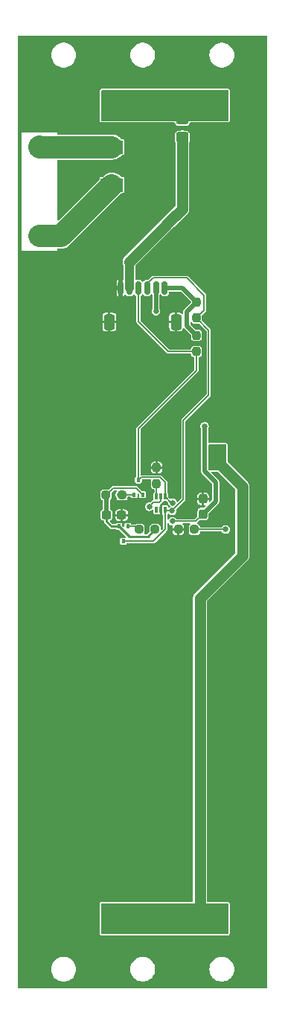
<source format=gbr>
%TF.GenerationSoftware,KiCad,Pcbnew,7.0.5*%
%TF.CreationDate,2023-06-06T16:58:07-04:00*%
%TF.ProjectId,SIDE,53494445-2e6b-4696-9361-645f70636258,rev?*%
%TF.SameCoordinates,Original*%
%TF.FileFunction,Copper,L2,Bot*%
%TF.FilePolarity,Positive*%
%FSLAX46Y46*%
G04 Gerber Fmt 4.6, Leading zero omitted, Abs format (unit mm)*
G04 Created by KiCad (PCBNEW 7.0.5) date 2023-06-06 16:58:07*
%MOMM*%
%LPD*%
G01*
G04 APERTURE LIST*
G04 Aperture macros list*
%AMRoundRect*
0 Rectangle with rounded corners*
0 $1 Rounding radius*
0 $2 $3 $4 $5 $6 $7 $8 $9 X,Y pos of 4 corners*
0 Add a 4 corners polygon primitive as box body*
4,1,4,$2,$3,$4,$5,$6,$7,$8,$9,$2,$3,0*
0 Add four circle primitives for the rounded corners*
1,1,$1+$1,$2,$3*
1,1,$1+$1,$4,$5*
1,1,$1+$1,$6,$7*
1,1,$1+$1,$8,$9*
0 Add four rect primitives between the rounded corners*
20,1,$1+$1,$2,$3,$4,$5,0*
20,1,$1+$1,$4,$5,$6,$7,0*
20,1,$1+$1,$6,$7,$8,$9,0*
20,1,$1+$1,$8,$9,$2,$3,0*%
G04 Aperture macros list end*
%TA.AperFunction,ComponentPad*%
%ADD10C,1.600000*%
%TD*%
%TA.AperFunction,ComponentPad*%
%ADD11O,1.600000X1.600000*%
%TD*%
%TA.AperFunction,SMDPad,CuDef*%
%ADD12RoundRect,0.237500X-0.250000X-0.237500X0.250000X-0.237500X0.250000X0.237500X-0.250000X0.237500X0*%
%TD*%
%TA.AperFunction,SMDPad,CuDef*%
%ADD13RoundRect,0.237500X0.250000X0.237500X-0.250000X0.237500X-0.250000X-0.237500X0.250000X-0.237500X0*%
%TD*%
%TA.AperFunction,SMDPad,CuDef*%
%ADD14RoundRect,0.237500X0.237500X-0.250000X0.237500X0.250000X-0.237500X0.250000X-0.237500X-0.250000X0*%
%TD*%
%TA.AperFunction,SMDPad,CuDef*%
%ADD15R,0.460000X0.475000*%
%TD*%
%TA.AperFunction,SMDPad,CuDef*%
%ADD16RoundRect,0.237500X-0.300000X-0.237500X0.300000X-0.237500X0.300000X0.237500X-0.300000X0.237500X0*%
%TD*%
%TA.AperFunction,SMDPad,CuDef*%
%ADD17R,2.500000X1.500000*%
%TD*%
%TA.AperFunction,SMDPad,CuDef*%
%ADD18RoundRect,0.250000X0.450000X-0.325000X0.450000X0.325000X-0.450000X0.325000X-0.450000X-0.325000X0*%
%TD*%
%TA.AperFunction,SMDPad,CuDef*%
%ADD19R,0.340000X0.700000*%
%TD*%
%TA.AperFunction,SMDPad,CuDef*%
%ADD20RoundRect,0.150000X0.150000X0.625000X-0.150000X0.625000X-0.150000X-0.625000X0.150000X-0.625000X0*%
%TD*%
%TA.AperFunction,SMDPad,CuDef*%
%ADD21RoundRect,0.250000X0.350000X0.650000X-0.350000X0.650000X-0.350000X-0.650000X0.350000X-0.650000X0*%
%TD*%
%TA.AperFunction,SMDPad,CuDef*%
%ADD22RoundRect,0.237500X0.237500X-0.300000X0.237500X0.300000X-0.237500X0.300000X-0.237500X-0.300000X0*%
%TD*%
%TA.AperFunction,ViaPad*%
%ADD23C,0.660400*%
%TD*%
%TA.AperFunction,Conductor*%
%ADD24C,0.508000*%
%TD*%
%TA.AperFunction,Conductor*%
%ADD25C,0.152400*%
%TD*%
%TA.AperFunction,Conductor*%
%ADD26C,0.254000*%
%TD*%
%TA.AperFunction,Conductor*%
%ADD27C,1.270000*%
%TD*%
%TA.AperFunction,Conductor*%
%ADD28C,1.016000*%
%TD*%
%TA.AperFunction,Conductor*%
%ADD29C,2.540000*%
%TD*%
G04 APERTURE END LIST*
D10*
%TO.P,R6,1*%
%TO.N,/BR+*%
X139970000Y-64330000D03*
D11*
%TO.P,R6,2*%
%TO.N,/BR-*%
X139970000Y-54170000D03*
%TD*%
D12*
%TO.P,R5,1*%
%TO.N,GND*%
X155767500Y-97688022D03*
%TO.P,R5,2*%
%TO.N,Net-(IC1-ADDR)*%
X157592500Y-97688022D03*
%TD*%
D13*
%TO.P,R11,1*%
%TO.N,/SDA_1.8*%
X149362500Y-93758022D03*
%TO.P,R11,2*%
%TO.N,+1V8*%
X147537500Y-93758022D03*
%TD*%
D14*
%TO.P,R2,1*%
%TO.N,/SCL*%
X157830000Y-73630522D03*
%TO.P,R2,2*%
%TO.N,+3V3*%
X157830000Y-71805522D03*
%TD*%
D15*
%TO.P,Q2,1*%
%TO.N,+1V8*%
X149010000Y-97345022D03*
%TO.P,Q2,2*%
%TO.N,/SCL_1.8*%
X150010000Y-97345022D03*
%TO.P,Q2,3*%
%TO.N,/SCL*%
X149510000Y-99021022D03*
%TD*%
D14*
%TO.P,R4,1*%
%TO.N,Net-(U2-ADD0)*%
X153290000Y-92480522D03*
%TO.P,R4,2*%
%TO.N,GND*%
X153290000Y-90655522D03*
%TD*%
D16*
%TO.P,C2,1*%
%TO.N,+1V8*%
X147587500Y-96048022D03*
%TO.P,C2,2*%
%TO.N,GND*%
X149312500Y-96048022D03*
%TD*%
D14*
%TO.P,R3,1*%
%TO.N,/SDA*%
X157830000Y-77440522D03*
%TO.P,R3,2*%
%TO.N,+3V3*%
X157830000Y-75615522D03*
%TD*%
D17*
%TO.P,J2,1*%
%TO.N,/BR-*%
X148220000Y-54200000D03*
%TD*%
D18*
%TO.P,D1,1,K*%
%TO.N,/SC*%
X156220000Y-53060522D03*
%TO.P,D1,2,A*%
%TO.N,Net-(D1-A)*%
X156220000Y-51010522D03*
%TD*%
D19*
%TO.P,U2,1,SCL*%
%TO.N,/SCL*%
X154280000Y-95468022D03*
%TO.P,U2,2,GND*%
%TO.N,GND*%
X153780000Y-95468022D03*
%TO.P,U2,3,ALERT*%
%TO.N,unconnected-(U2-ALERT-Pad3)*%
X153280000Y-95468022D03*
%TO.P,U2,4,ADD0*%
%TO.N,Net-(U2-ADD0)*%
X153280000Y-93968022D03*
%TO.P,U2,5,V+*%
%TO.N,+3V3*%
X153780000Y-93968022D03*
%TO.P,U2,6,SDA*%
%TO.N,/SDA*%
X154280000Y-93968022D03*
%TD*%
D15*
%TO.P,Q1,1*%
%TO.N,+1V8*%
X151730000Y-93738022D03*
%TO.P,Q1,2*%
%TO.N,/SDA_1.8*%
X150730000Y-93738022D03*
%TO.P,Q1,3*%
%TO.N,/SDA*%
X151230000Y-92062022D03*
%TD*%
D17*
%TO.P,J1,1*%
%TO.N,/BR+*%
X148220000Y-58500000D03*
%TD*%
D20*
%TO.P,J4,1,1*%
%TO.N,+3V3*%
X154220000Y-70218022D03*
%TO.P,J4,2,2*%
%TO.N,+1V8*%
X153220000Y-70218022D03*
%TO.P,J4,3,3*%
%TO.N,/SCL*%
X152220000Y-70218022D03*
%TO.P,J4,4,4*%
%TO.N,/SDA*%
X151220000Y-70218022D03*
%TO.P,J4,5,5*%
%TO.N,/SC*%
X150220000Y-70218022D03*
%TO.P,J4,6,6*%
%TO.N,GND*%
X149220000Y-70218022D03*
D21*
%TO.P,J4,MP,MP*%
X155520000Y-74093022D03*
X147920000Y-74093022D03*
%TD*%
D22*
%TO.P,C1,1*%
%TO.N,+3V3*%
X158580000Y-95920522D03*
%TO.P,C1,2*%
%TO.N,GND*%
X158580000Y-94195522D03*
%TD*%
D12*
%TO.P,R1,1*%
%TO.N,/SCL_1.8*%
X151307500Y-97688022D03*
%TO.P,R1,2*%
%TO.N,+1V8*%
X153132500Y-97688022D03*
%TD*%
D23*
%TO.N,+3V3*%
X155100000Y-96758022D03*
X157840000Y-75628022D03*
X158580000Y-95920522D03*
X152460000Y-95098022D03*
X158760000Y-85948022D03*
%TO.N,GND*%
X159970000Y-124718022D03*
X144970000Y-74718022D03*
X164970000Y-64718022D03*
X155470000Y-91718022D03*
X164970000Y-89718022D03*
X156470000Y-82718022D03*
X164970000Y-74718022D03*
X164970000Y-99718022D03*
X159970000Y-109718022D03*
X164970000Y-139718022D03*
X155470000Y-83718022D03*
X159970000Y-119718022D03*
X155470000Y-85718022D03*
X164970000Y-104718022D03*
X164970000Y-84718022D03*
X154470000Y-86718022D03*
X154720000Y-59718022D03*
X164970000Y-79718022D03*
X164970000Y-69718022D03*
X154970000Y-114718022D03*
X159970000Y-54718022D03*
X164970000Y-59718022D03*
X157470000Y-81718022D03*
X164970000Y-94718022D03*
X154970000Y-129718022D03*
X144970000Y-79718022D03*
X153470000Y-86718022D03*
X159970000Y-84718022D03*
X149970000Y-119718022D03*
X164970000Y-54718022D03*
X159970000Y-79718022D03*
X154470000Y-84718022D03*
X164970000Y-124718022D03*
X164970000Y-129718022D03*
X155470000Y-84718022D03*
X159970000Y-134718022D03*
X149970000Y-114718022D03*
X164970000Y-114718022D03*
X159970000Y-59718022D03*
X158580000Y-94198022D03*
X156220000Y-65000000D03*
X159970000Y-74718022D03*
X154720000Y-54718022D03*
X154470000Y-85718022D03*
X159720000Y-69500000D03*
X154970000Y-124718022D03*
X149970000Y-109718022D03*
X152470000Y-86718022D03*
X153470000Y-85718022D03*
X159970000Y-114718022D03*
X156470000Y-83718022D03*
X154970000Y-119718022D03*
X154970000Y-109718022D03*
X164970000Y-109718022D03*
X164970000Y-134718022D03*
X164970000Y-119718022D03*
X149970000Y-124718022D03*
X157470000Y-82718022D03*
X155470000Y-86718022D03*
X149970000Y-104718022D03*
X154970000Y-104718022D03*
X144970000Y-84718022D03*
%TO.N,/SDA_1.8*%
X149100000Y-93740522D03*
%TO.N,/SCL_1.8*%
X151307500Y-97688022D03*
%TO.N,+1V8*%
X147587500Y-96048022D03*
X147587500Y-93758022D03*
X153220000Y-72858022D03*
%TO.N,/SDA*%
X155120000Y-94648022D03*
%TO.N,/SCL*%
X155050000Y-95578022D03*
%TO.N,Net-(D1-A)*%
X155220000Y-49968022D03*
X159220000Y-49968022D03*
X151220000Y-49968022D03*
X160220000Y-48968022D03*
X150220000Y-48968022D03*
X154220000Y-48968022D03*
X158220000Y-48968022D03*
X152220000Y-48968022D03*
X153220000Y-49968022D03*
X156220000Y-48968022D03*
X149220000Y-49968022D03*
X157220000Y-49968022D03*
X148220000Y-48968022D03*
%TO.N,Net-(SC1--)*%
X159220000Y-142468022D03*
X157220000Y-142468022D03*
X158220000Y-141468022D03*
X153220000Y-142468022D03*
X160720000Y-88468022D03*
X159720000Y-89468022D03*
X151220000Y-142468022D03*
X155220000Y-142468022D03*
X148220000Y-141468022D03*
X152220000Y-141468022D03*
X159720000Y-88468022D03*
X160720000Y-90468022D03*
X159720000Y-90468022D03*
X154220000Y-141468022D03*
X149220000Y-142468022D03*
X160720000Y-89468022D03*
X150220000Y-141468022D03*
X156220000Y-141468022D03*
X160220000Y-141468022D03*
%TO.N,Net-(IC1-ADDR)*%
X161150000Y-97688022D03*
%TD*%
D24*
%TO.N,+3V3*%
X156740000Y-74525522D02*
X157830000Y-75615522D01*
X157830000Y-71805522D02*
X156740000Y-72895522D01*
D25*
X153780000Y-93968022D02*
X153780000Y-94470422D01*
D24*
X158760000Y-85948022D02*
X158760000Y-91068022D01*
D25*
X153780000Y-94470422D02*
X153642400Y-94608022D01*
D24*
X160010000Y-94490522D02*
X158580000Y-95920522D01*
D25*
X155100000Y-96758022D02*
X157742500Y-96758022D01*
X153642400Y-94608022D02*
X152940000Y-94608022D01*
D24*
X156242500Y-70218022D02*
X157830000Y-71805522D01*
X160010000Y-92318022D02*
X160010000Y-94490522D01*
X158760000Y-91068022D02*
X160010000Y-92318022D01*
D25*
X157742500Y-96758022D02*
X158580000Y-95920522D01*
D24*
X154220000Y-70218022D02*
X156242500Y-70218022D01*
D25*
X152460000Y-95088022D02*
X152460000Y-95098022D01*
X152940000Y-94608022D02*
X152460000Y-95088022D01*
D24*
X156740000Y-72895522D02*
X156740000Y-74525522D01*
%TO.N,GND*%
X149220000Y-70218022D02*
X149220000Y-69170000D01*
X149220000Y-70218022D02*
X148488022Y-70218022D01*
X149220000Y-70218022D02*
X149220000Y-71460000D01*
D25*
%TO.N,/SDA_1.8*%
X149102500Y-93738022D02*
X149100000Y-93740522D01*
X150730000Y-93738022D02*
X149102500Y-93738022D01*
%TO.N,/SCL_1.8*%
X150964500Y-97345022D02*
X151307500Y-97688022D01*
X150010000Y-97345022D02*
X150964500Y-97345022D01*
%TO.N,Net-(U2-ADD0)*%
X153280000Y-92500522D02*
X153277500Y-92498022D01*
X153280000Y-93968022D02*
X153280000Y-92500522D01*
%TO.N,+1V8*%
X147587500Y-93758022D02*
X148347500Y-92998022D01*
D24*
X153220000Y-70218022D02*
X153220000Y-72858022D01*
D26*
X147587500Y-96048022D02*
X147587500Y-96775522D01*
X149010000Y-97345022D02*
X150193000Y-98528022D01*
D25*
X148347500Y-92998022D02*
X150990000Y-92998022D01*
D26*
X150193000Y-98528022D02*
X152292500Y-98528022D01*
X152292500Y-98528022D02*
X153132500Y-97688022D01*
X147587500Y-96775522D02*
X148157000Y-97345022D01*
D24*
X147587500Y-96048022D02*
X147587500Y-93808022D01*
X147587500Y-93808022D02*
X147537500Y-93758022D01*
D25*
X150990000Y-92998022D02*
X151730000Y-93738022D01*
D26*
X148157000Y-97345022D02*
X149010000Y-97345022D01*
D27*
%TO.N,/SC*%
X156220000Y-53060522D02*
X156220000Y-61218022D01*
X156220000Y-61218022D02*
X154720000Y-62718022D01*
D28*
X150220000Y-70218022D02*
X150220000Y-67218022D01*
D27*
X154069011Y-63369011D02*
X154720000Y-62718022D01*
X150220000Y-67218022D02*
X154069011Y-63369011D01*
D25*
%TO.N,/SDA*%
X154630522Y-77440522D02*
X157830000Y-77440522D01*
X151220000Y-70218022D02*
X151220000Y-74030000D01*
X155120000Y-94648022D02*
X154960000Y-94648022D01*
X157830000Y-79588022D02*
X157830000Y-77440522D01*
X151220000Y-74030000D02*
X154630522Y-77440522D01*
X154960000Y-94648022D02*
X154280000Y-93968022D01*
X151230000Y-86188022D02*
X157830000Y-79588022D01*
X153720565Y-91764422D02*
X154280000Y-92323857D01*
X151230000Y-92062022D02*
X151527600Y-91764422D01*
X151230000Y-92062022D02*
X151230000Y-86188022D01*
X154280000Y-92323857D02*
X154280000Y-93968022D01*
X151527600Y-91764422D02*
X153720565Y-91764422D01*
%TO.N,/SCL*%
X154390000Y-95578022D02*
X154280000Y-95468022D01*
X157830000Y-73630522D02*
X157840522Y-73630522D01*
X158700000Y-71030000D02*
X158700000Y-72760522D01*
X156730000Y-69060000D02*
X158700000Y-71030000D01*
X152220000Y-69740000D02*
X152900000Y-69060000D01*
X159230000Y-82438022D02*
X156340000Y-85328022D01*
X158700000Y-72760522D02*
X157830000Y-73630522D01*
X156340000Y-85328022D02*
X156340000Y-94288022D01*
X155050000Y-95578022D02*
X154390000Y-95578022D01*
X159230000Y-75020000D02*
X159230000Y-82438022D01*
X152220000Y-70218022D02*
X152220000Y-69740000D01*
X152946165Y-99021022D02*
X149510000Y-99021022D01*
X152900000Y-69060000D02*
X156730000Y-69060000D01*
X154280000Y-95468022D02*
X154280000Y-97687187D01*
X154280000Y-97687187D02*
X152946165Y-99021022D01*
X156340000Y-94288022D02*
X155050000Y-95578022D01*
X157840522Y-73630522D02*
X159230000Y-75020000D01*
D27*
%TO.N,Net-(SC1--)*%
X163045000Y-100668022D02*
X163045000Y-92793022D01*
X158220000Y-141468022D02*
X158220000Y-105493022D01*
X158220000Y-105493022D02*
X163045000Y-100668022D01*
X163045000Y-92793022D02*
X160720000Y-90468022D01*
D25*
%TO.N,Net-(IC1-ADDR)*%
X161150000Y-97688022D02*
X157592500Y-97688022D01*
D29*
%TO.N,/BR+*%
X142390000Y-64330000D02*
X148220000Y-58500000D01*
X139970000Y-64330000D02*
X142390000Y-64330000D01*
%TO.N,/BR-*%
X140000000Y-54200000D02*
X139970000Y-54170000D01*
X148220000Y-54200000D02*
X140000000Y-54200000D01*
%TD*%
%TA.AperFunction,Conductor*%
%TO.N,Net-(D1-A)*%
G36*
X161438601Y-47738587D02*
G01*
X161468665Y-47790658D01*
X161470000Y-47805922D01*
X161470000Y-51130122D01*
X161449435Y-51186623D01*
X161397364Y-51216687D01*
X161382100Y-51218022D01*
X147057900Y-51218022D01*
X147001399Y-51197457D01*
X146971335Y-51145386D01*
X146970000Y-51130122D01*
X146970000Y-47805922D01*
X146990565Y-47749421D01*
X147042636Y-47719357D01*
X147057900Y-47718022D01*
X161382100Y-47718022D01*
X161438601Y-47738587D01*
G37*
%TD.AperFunction*%
%TD*%
%TA.AperFunction,Conductor*%
%TO.N,Net-(SC1--)*%
G36*
X161188601Y-87988587D02*
G01*
X161218665Y-88040658D01*
X161220000Y-88055922D01*
X161220000Y-90880122D01*
X161199435Y-90936623D01*
X161147364Y-90966687D01*
X161132100Y-90968022D01*
X159307900Y-90968022D01*
X159251399Y-90947457D01*
X159221335Y-90895386D01*
X159220000Y-90880122D01*
X159220000Y-88055922D01*
X159240565Y-87999421D01*
X159292636Y-87969357D01*
X159307900Y-87968022D01*
X161132100Y-87968022D01*
X161188601Y-87988587D01*
G37*
%TD.AperFunction*%
%TD*%
%TA.AperFunction,Conductor*%
%TO.N,GND*%
G36*
X156094048Y-70645487D02*
G01*
X156099702Y-70650667D01*
X157176355Y-71727320D01*
X157201766Y-71781814D01*
X157202100Y-71789475D01*
X157202100Y-71821568D01*
X157181535Y-71878069D01*
X157176355Y-71883723D01*
X156497849Y-72562230D01*
X156497848Y-72562229D01*
X156406709Y-72653369D01*
X156406704Y-72653376D01*
X156395124Y-72676100D01*
X156387924Y-72687850D01*
X156372929Y-72708490D01*
X156365046Y-72732751D01*
X156359770Y-72745489D01*
X156348192Y-72768213D01*
X156348190Y-72768219D01*
X156344200Y-72793407D01*
X156340983Y-72806810D01*
X156333100Y-72831076D01*
X156333100Y-73082954D01*
X156312535Y-73139455D01*
X156260464Y-73169519D01*
X156201250Y-73159078D01*
X156181187Y-73141150D01*
X156180575Y-73141763D01*
X156175914Y-73137102D01*
X156072154Y-73060524D01*
X156072153Y-73060523D01*
X155950434Y-73017932D01*
X155950429Y-73017931D01*
X155921533Y-73015222D01*
X155647000Y-73015222D01*
X155647000Y-75170821D01*
X155647001Y-75170822D01*
X155921530Y-75170822D01*
X155921533Y-75170821D01*
X155950429Y-75168112D01*
X155950434Y-75168111D01*
X156072153Y-75125520D01*
X156072154Y-75125519D01*
X156175914Y-75048941D01*
X156175919Y-75048936D01*
X156252496Y-74945178D01*
X156292277Y-74831489D01*
X156330349Y-74784950D01*
X156389428Y-74773772D01*
X156437400Y-74798365D01*
X156809857Y-75170822D01*
X157176355Y-75537319D01*
X157201766Y-75591813D01*
X157202100Y-75599474D01*
X157202100Y-75896243D01*
X157216579Y-75987663D01*
X157216579Y-75987664D01*
X157216580Y-75987666D01*
X157272723Y-76097854D01*
X157360168Y-76185299D01*
X157470356Y-76241442D01*
X157561778Y-76255922D01*
X157561779Y-76255922D01*
X158098221Y-76255922D01*
X158098222Y-76255922D01*
X158189644Y-76241442D01*
X158299832Y-76185299D01*
X158387277Y-76097854D01*
X158443420Y-75987666D01*
X158457900Y-75896244D01*
X158457900Y-75334800D01*
X158443420Y-75243378D01*
X158387277Y-75133190D01*
X158299832Y-75045745D01*
X158189644Y-74989602D01*
X158189642Y-74989601D01*
X158189641Y-74989601D01*
X158119414Y-74978478D01*
X158098222Y-74975122D01*
X158098221Y-74975122D01*
X157801453Y-74975122D01*
X157744952Y-74954557D01*
X157739298Y-74949377D01*
X157172645Y-74382723D01*
X157147234Y-74328229D01*
X157146900Y-74320568D01*
X157146900Y-74199240D01*
X157167465Y-74142739D01*
X157219536Y-74112675D01*
X157278750Y-74123116D01*
X157296950Y-74137081D01*
X157360168Y-74200299D01*
X157470356Y-74256442D01*
X157561778Y-74270922D01*
X157561779Y-74270922D01*
X158098219Y-74270922D01*
X158098222Y-74270922D01*
X158104658Y-74269902D01*
X158163679Y-74281371D01*
X158180568Y-74294564D01*
X158975155Y-75089151D01*
X159000566Y-75143645D01*
X159000900Y-75151306D01*
X159000900Y-82306714D01*
X158980335Y-82363215D01*
X158975155Y-82368869D01*
X156183040Y-85160983D01*
X156181372Y-85162566D01*
X156150514Y-85190351D01*
X156150513Y-85190352D01*
X156150514Y-85190352D01*
X156140849Y-85212056D01*
X156134278Y-85224159D01*
X156125226Y-85238098D01*
X156121338Y-85244087D01*
X156120248Y-85250969D01*
X156113735Y-85272956D01*
X156110900Y-85279325D01*
X156110900Y-85303073D01*
X156109818Y-85316822D01*
X156106103Y-85340277D01*
X156106103Y-85340280D01*
X156107905Y-85347004D01*
X156110900Y-85369755D01*
X156110900Y-94156714D01*
X156090335Y-94213215D01*
X156085155Y-94218869D01*
X155738263Y-94565760D01*
X155683769Y-94591171D01*
X155625691Y-94575608D01*
X155591203Y-94526355D01*
X155589102Y-94516111D01*
X155588298Y-94510518D01*
X155588298Y-94510517D01*
X155530589Y-94384153D01*
X155439617Y-94279165D01*
X155439615Y-94279164D01*
X155439613Y-94279162D01*
X155322754Y-94204061D01*
X155322751Y-94204060D01*
X155296092Y-94196232D01*
X155189463Y-94164922D01*
X155189459Y-94164922D01*
X155050541Y-94164922D01*
X155050536Y-94164922D01*
X154911218Y-94205831D01*
X154910577Y-94203651D01*
X154859788Y-94207670D01*
X154821087Y-94185112D01*
X154628644Y-93992669D01*
X154603233Y-93938175D01*
X154602899Y-93930514D01*
X154602899Y-93602963D01*
X154596454Y-93570563D01*
X154594028Y-93558364D01*
X154560234Y-93507788D01*
X154560153Y-93507733D01*
X154548162Y-93499721D01*
X154512611Y-93451230D01*
X154509100Y-93426637D01*
X154509100Y-92331024D01*
X154509160Y-92328723D01*
X154509901Y-92314578D01*
X154511335Y-92287218D01*
X154502824Y-92265049D01*
X154498907Y-92251822D01*
X154493970Y-92228594D01*
X154493969Y-92228592D01*
X154489874Y-92222956D01*
X154478927Y-92202794D01*
X154476432Y-92196293D01*
X154459636Y-92179497D01*
X154450678Y-92169008D01*
X154449938Y-92167990D01*
X154436722Y-92149799D01*
X154436721Y-92149798D01*
X154430692Y-92146317D01*
X154412488Y-92132349D01*
X153887604Y-91607463D01*
X153886035Y-91605811D01*
X153858235Y-91574936D01*
X153858234Y-91574935D01*
X153836537Y-91565274D01*
X153824423Y-91558697D01*
X153811587Y-91550362D01*
X153804501Y-91545761D01*
X153804498Y-91545760D01*
X153804497Y-91545760D01*
X153797623Y-91544671D01*
X153775629Y-91538156D01*
X153769264Y-91535322D01*
X153769262Y-91535322D01*
X153745512Y-91535322D01*
X153731762Y-91534240D01*
X153719684Y-91532327D01*
X153708308Y-91530525D01*
X153708305Y-91530525D01*
X153701582Y-91532327D01*
X153678832Y-91535322D01*
X151547000Y-91535322D01*
X151490499Y-91514757D01*
X151460435Y-91462686D01*
X151459100Y-91447422D01*
X151459100Y-90938206D01*
X152637200Y-90938206D01*
X152652602Y-91035454D01*
X152712326Y-91152670D01*
X152805351Y-91245695D01*
X152922567Y-91305419D01*
X153019816Y-91320822D01*
X153162999Y-91320822D01*
X153163000Y-91320820D01*
X153417000Y-91320820D01*
X153417001Y-91320822D01*
X153560184Y-91320822D01*
X153657432Y-91305419D01*
X153774648Y-91245695D01*
X153867673Y-91152670D01*
X153927397Y-91035454D01*
X153942800Y-90938206D01*
X153942800Y-90782522D01*
X153417001Y-90782522D01*
X153417000Y-90782523D01*
X153417000Y-91320820D01*
X153163000Y-91320820D01*
X153163000Y-90782523D01*
X153162999Y-90782522D01*
X152637201Y-90782522D01*
X152637200Y-90782523D01*
X152637200Y-90938206D01*
X151459100Y-90938206D01*
X151459100Y-90528520D01*
X152637200Y-90528520D01*
X152637201Y-90528522D01*
X153162999Y-90528522D01*
X153163000Y-90528520D01*
X153417000Y-90528520D01*
X153417001Y-90528522D01*
X153942799Y-90528522D01*
X153942800Y-90528521D01*
X153942800Y-90372837D01*
X153927397Y-90275589D01*
X153867673Y-90158373D01*
X153774648Y-90065348D01*
X153657432Y-90005624D01*
X153560184Y-89990222D01*
X153417001Y-89990222D01*
X153417000Y-89990223D01*
X153417000Y-90528520D01*
X153163000Y-90528520D01*
X153163000Y-89990223D01*
X153162999Y-89990222D01*
X153019816Y-89990222D01*
X152922567Y-90005624D01*
X152805351Y-90065348D01*
X152712326Y-90158373D01*
X152652602Y-90275589D01*
X152637200Y-90372837D01*
X152637200Y-90528520D01*
X151459100Y-90528520D01*
X151459100Y-86319327D01*
X151479665Y-86262826D01*
X151484845Y-86257172D01*
X152581034Y-85160983D01*
X157986965Y-79755051D01*
X157988598Y-79753502D01*
X158019486Y-79725692D01*
X158029145Y-79703996D01*
X158035724Y-79691878D01*
X158048662Y-79671958D01*
X158049751Y-79665079D01*
X158056268Y-79643076D01*
X158059100Y-79636719D01*
X158059100Y-79612969D01*
X158060182Y-79599219D01*
X158063897Y-79575763D01*
X158063896Y-79575758D01*
X158062095Y-79569035D01*
X158059100Y-79546287D01*
X158059100Y-78162192D01*
X158079665Y-78105691D01*
X158131736Y-78075627D01*
X158133250Y-78075374D01*
X158189644Y-78066442D01*
X158299832Y-78010299D01*
X158387277Y-77922854D01*
X158443420Y-77812666D01*
X158457900Y-77721244D01*
X158457900Y-77159800D01*
X158443420Y-77068378D01*
X158387277Y-76958190D01*
X158299832Y-76870745D01*
X158189644Y-76814602D01*
X158189642Y-76814601D01*
X158189641Y-76814601D01*
X158119414Y-76803478D01*
X158098222Y-76800122D01*
X157561778Y-76800122D01*
X157544574Y-76802846D01*
X157470358Y-76814601D01*
X157360168Y-76870745D01*
X157272723Y-76958190D01*
X157216579Y-77068380D01*
X157205668Y-77137273D01*
X157176518Y-77189861D01*
X157120384Y-77211409D01*
X157118850Y-77211422D01*
X154761829Y-77211422D01*
X154705328Y-77190857D01*
X154699674Y-77185677D01*
X152308553Y-74794555D01*
X154742200Y-74794555D01*
X154744909Y-74823451D01*
X154744910Y-74823456D01*
X154787501Y-74945175D01*
X154787502Y-74945176D01*
X154864080Y-75048936D01*
X154864085Y-75048941D01*
X154967845Y-75125519D01*
X154967846Y-75125520D01*
X155089565Y-75168111D01*
X155089570Y-75168112D01*
X155118466Y-75170821D01*
X155118470Y-75170822D01*
X155392999Y-75170822D01*
X155393000Y-75170821D01*
X155393000Y-74220022D01*
X154742201Y-74220022D01*
X154742200Y-74220023D01*
X154742200Y-74794555D01*
X152308553Y-74794555D01*
X151480019Y-73966021D01*
X154742200Y-73966021D01*
X154742201Y-73966022D01*
X155392999Y-73966022D01*
X155393000Y-73966021D01*
X155393000Y-73015223D01*
X155392999Y-73015222D01*
X155118466Y-73015222D01*
X155089570Y-73017931D01*
X155089565Y-73017932D01*
X154967846Y-73060523D01*
X154967845Y-73060524D01*
X154864085Y-73137102D01*
X154864080Y-73137107D01*
X154787502Y-73240867D01*
X154787501Y-73240868D01*
X154744910Y-73362587D01*
X154744909Y-73362592D01*
X154742200Y-73391488D01*
X154742200Y-73966021D01*
X151480019Y-73966021D01*
X151474845Y-73960847D01*
X151449434Y-73906353D01*
X151449100Y-73898692D01*
X151449100Y-71196484D01*
X151469665Y-71139983D01*
X151501496Y-71116073D01*
X151544145Y-71097242D01*
X151624220Y-71017167D01*
X151639590Y-70982356D01*
X151681224Y-70938977D01*
X151741002Y-70932508D01*
X151790953Y-70965977D01*
X151800409Y-70982355D01*
X151815780Y-71017167D01*
X151895855Y-71097242D01*
X151999450Y-71142984D01*
X152024774Y-71145922D01*
X152024781Y-71145922D01*
X152415219Y-71145922D01*
X152415226Y-71145922D01*
X152440550Y-71142984D01*
X152544145Y-71097242D01*
X152624220Y-71017167D01*
X152639590Y-70982356D01*
X152681224Y-70938977D01*
X152741002Y-70932508D01*
X152790953Y-70965977D01*
X152800408Y-70982353D01*
X152805611Y-70994137D01*
X152813100Y-71029639D01*
X152813100Y-72566953D01*
X152805157Y-72603468D01*
X152751702Y-72720517D01*
X152751700Y-72720523D01*
X152731932Y-72858018D01*
X152731932Y-72858025D01*
X152751700Y-72995520D01*
X152751701Y-72995525D01*
X152751702Y-72995527D01*
X152809411Y-73121891D01*
X152900383Y-73226879D01*
X152900385Y-73226880D01*
X152900386Y-73226881D01*
X153017245Y-73301982D01*
X153017246Y-73301982D01*
X153017249Y-73301984D01*
X153108035Y-73328641D01*
X153150536Y-73341121D01*
X153150539Y-73341121D01*
X153150541Y-73341122D01*
X153150542Y-73341122D01*
X153289458Y-73341122D01*
X153289459Y-73341122D01*
X153289461Y-73341121D01*
X153289463Y-73341121D01*
X153305305Y-73336468D01*
X153422751Y-73301984D01*
X153539617Y-73226879D01*
X153630589Y-73121891D01*
X153688298Y-72995527D01*
X153698298Y-72925976D01*
X153708068Y-72858025D01*
X153708068Y-72858018D01*
X153688299Y-72720523D01*
X153688298Y-72720522D01*
X153688298Y-72720517D01*
X153634842Y-72603467D01*
X153626900Y-72566953D01*
X153626900Y-71029639D01*
X153634387Y-70994140D01*
X153639588Y-70982360D01*
X153681217Y-70938980D01*
X153740995Y-70932506D01*
X153790948Y-70965972D01*
X153800409Y-70982356D01*
X153807026Y-70997341D01*
X153815780Y-71017167D01*
X153895855Y-71097242D01*
X153999450Y-71142984D01*
X154024774Y-71145922D01*
X154024781Y-71145922D01*
X154415219Y-71145922D01*
X154415226Y-71145922D01*
X154440550Y-71142984D01*
X154544145Y-71097242D01*
X154624220Y-71017167D01*
X154669962Y-70913572D01*
X154672900Y-70888248D01*
X154672900Y-70712821D01*
X154693465Y-70656321D01*
X154745536Y-70626257D01*
X154760800Y-70624922D01*
X156037547Y-70624922D01*
X156094048Y-70645487D01*
G37*
%TD.AperFunction*%
%TA.AperFunction,Conductor*%
G36*
X165883301Y-41543887D02*
G01*
X165913365Y-41595958D01*
X165914700Y-41611222D01*
X165914700Y-149824822D01*
X165894135Y-149881323D01*
X165842064Y-149911387D01*
X165826800Y-149912722D01*
X137613200Y-149912722D01*
X137556699Y-149892157D01*
X137526635Y-149840086D01*
X137525300Y-149824822D01*
X137525300Y-147718022D01*
X141309884Y-147718022D01*
X141329115Y-147950118D01*
X141329116Y-147950124D01*
X141386286Y-148175882D01*
X141386289Y-148175890D01*
X141457987Y-148339343D01*
X141479840Y-148389163D01*
X141479844Y-148389169D01*
X141607215Y-148584127D01*
X141607216Y-148584129D01*
X141607220Y-148584133D01*
X141764954Y-148755478D01*
X141948740Y-148898524D01*
X142153563Y-149009369D01*
X142373837Y-149084989D01*
X142373839Y-149084989D01*
X142373841Y-149084990D01*
X142603550Y-149123322D01*
X142603554Y-149123322D01*
X142836450Y-149123322D01*
X143066158Y-149084990D01*
X143066158Y-149084989D01*
X143066163Y-149084989D01*
X143286437Y-149009369D01*
X143491260Y-148898524D01*
X143675046Y-148755478D01*
X143832780Y-148584133D01*
X143960160Y-148389163D01*
X144053712Y-148175886D01*
X144110884Y-147950119D01*
X144130116Y-147718022D01*
X150309884Y-147718022D01*
X150329115Y-147950118D01*
X150329116Y-147950124D01*
X150386286Y-148175882D01*
X150386289Y-148175890D01*
X150457987Y-148339343D01*
X150479840Y-148389163D01*
X150479844Y-148389169D01*
X150607215Y-148584127D01*
X150607216Y-148584129D01*
X150607220Y-148584133D01*
X150764954Y-148755478D01*
X150948740Y-148898524D01*
X151153563Y-149009369D01*
X151373837Y-149084989D01*
X151373839Y-149084989D01*
X151373841Y-149084990D01*
X151603550Y-149123322D01*
X151603554Y-149123322D01*
X151836450Y-149123322D01*
X152066158Y-149084990D01*
X152066158Y-149084989D01*
X152066163Y-149084989D01*
X152286437Y-149009369D01*
X152491260Y-148898524D01*
X152675046Y-148755478D01*
X152832780Y-148584133D01*
X152960160Y-148389163D01*
X153053712Y-148175886D01*
X153110884Y-147950119D01*
X153130116Y-147718022D01*
X159309884Y-147718022D01*
X159329115Y-147950118D01*
X159329116Y-147950124D01*
X159386286Y-148175882D01*
X159386289Y-148175890D01*
X159457987Y-148339343D01*
X159479840Y-148389163D01*
X159479844Y-148389169D01*
X159607215Y-148584127D01*
X159607216Y-148584129D01*
X159607220Y-148584133D01*
X159764954Y-148755478D01*
X159948740Y-148898524D01*
X160153563Y-149009369D01*
X160373837Y-149084989D01*
X160373839Y-149084989D01*
X160373841Y-149084990D01*
X160603550Y-149123322D01*
X160603554Y-149123322D01*
X160836450Y-149123322D01*
X161066158Y-149084990D01*
X161066158Y-149084989D01*
X161066163Y-149084989D01*
X161286437Y-149009369D01*
X161491260Y-148898524D01*
X161675046Y-148755478D01*
X161832780Y-148584133D01*
X161960160Y-148389163D01*
X162053712Y-148175886D01*
X162110884Y-147950119D01*
X162130116Y-147718022D01*
X162110884Y-147485925D01*
X162110883Y-147485919D01*
X162053713Y-147260161D01*
X162053710Y-147260153D01*
X161960164Y-147046891D01*
X161960160Y-147046881D01*
X161879435Y-146923322D01*
X161832784Y-146851916D01*
X161832783Y-146851914D01*
X161675050Y-146680570D01*
X161675048Y-146680569D01*
X161675046Y-146680566D01*
X161491260Y-146537520D01*
X161286437Y-146426675D01*
X161286433Y-146426673D01*
X161286430Y-146426672D01*
X161066167Y-146351056D01*
X161066158Y-146351053D01*
X160836450Y-146312722D01*
X160836446Y-146312722D01*
X160603554Y-146312722D01*
X160603550Y-146312722D01*
X160373841Y-146351053D01*
X160373832Y-146351056D01*
X160153569Y-146426672D01*
X159948740Y-146537520D01*
X159764949Y-146680570D01*
X159607216Y-146851914D01*
X159607215Y-146851916D01*
X159479844Y-147046874D01*
X159479835Y-147046891D01*
X159386289Y-147260153D01*
X159386286Y-147260161D01*
X159329116Y-147485919D01*
X159329115Y-147485925D01*
X159309884Y-147718022D01*
X153130116Y-147718022D01*
X153110884Y-147485925D01*
X153110883Y-147485919D01*
X153053713Y-147260161D01*
X153053710Y-147260153D01*
X152960164Y-147046891D01*
X152960160Y-147046881D01*
X152879435Y-146923322D01*
X152832784Y-146851916D01*
X152832783Y-146851914D01*
X152675050Y-146680570D01*
X152675048Y-146680569D01*
X152675046Y-146680566D01*
X152491260Y-146537520D01*
X152286437Y-146426675D01*
X152286433Y-146426673D01*
X152286430Y-146426672D01*
X152066167Y-146351056D01*
X152066158Y-146351053D01*
X151836450Y-146312722D01*
X151836446Y-146312722D01*
X151603554Y-146312722D01*
X151603550Y-146312722D01*
X151373841Y-146351053D01*
X151373832Y-146351056D01*
X151153569Y-146426672D01*
X150948740Y-146537520D01*
X150764949Y-146680570D01*
X150607216Y-146851914D01*
X150607215Y-146851916D01*
X150479844Y-147046874D01*
X150479835Y-147046891D01*
X150386289Y-147260153D01*
X150386286Y-147260161D01*
X150329116Y-147485919D01*
X150329115Y-147485925D01*
X150309884Y-147718022D01*
X144130116Y-147718022D01*
X144110884Y-147485925D01*
X144110883Y-147485919D01*
X144053713Y-147260161D01*
X144053710Y-147260153D01*
X143960164Y-147046891D01*
X143960160Y-147046881D01*
X143879435Y-146923322D01*
X143832784Y-146851916D01*
X143832783Y-146851914D01*
X143675050Y-146680570D01*
X143675048Y-146680569D01*
X143675046Y-146680566D01*
X143491260Y-146537520D01*
X143286437Y-146426675D01*
X143286433Y-146426673D01*
X143286430Y-146426672D01*
X143066167Y-146351056D01*
X143066158Y-146351053D01*
X142836450Y-146312722D01*
X142836446Y-146312722D01*
X142603554Y-146312722D01*
X142603550Y-146312722D01*
X142373841Y-146351053D01*
X142373832Y-146351056D01*
X142153569Y-146426672D01*
X141948740Y-146537520D01*
X141764949Y-146680570D01*
X141607216Y-146851914D01*
X141607215Y-146851916D01*
X141479844Y-147046874D01*
X141479835Y-147046891D01*
X141386289Y-147260153D01*
X141386286Y-147260161D01*
X141329116Y-147485919D01*
X141329115Y-147485925D01*
X141309884Y-147718022D01*
X137525300Y-147718022D01*
X137525300Y-143633559D01*
X146812100Y-143633559D01*
X146812399Y-143640441D01*
X146814034Y-143659138D01*
X146814035Y-143659146D01*
X146834588Y-143724335D01*
X146834591Y-143724341D01*
X146864653Y-143776408D01*
X146880438Y-143798951D01*
X146880440Y-143798953D01*
X146947393Y-143845834D01*
X147003894Y-143866399D01*
X147019240Y-143869105D01*
X147057887Y-143875920D01*
X147057891Y-143875920D01*
X147057900Y-143875922D01*
X147057905Y-143875922D01*
X161385532Y-143875922D01*
X161385544Y-143875922D01*
X161392426Y-143875622D01*
X161411122Y-143873987D01*
X161476316Y-143853432D01*
X161528387Y-143823368D01*
X161550931Y-143807582D01*
X161597812Y-143740629D01*
X161618377Y-143684128D01*
X161627900Y-143630122D01*
X161627900Y-140302478D01*
X161627600Y-140295596D01*
X161625965Y-140276900D01*
X161618088Y-140251916D01*
X161605411Y-140211708D01*
X161605408Y-140211702D01*
X161575346Y-140159635D01*
X161559561Y-140137092D01*
X161559559Y-140137090D01*
X161492608Y-140090211D01*
X161492609Y-140090211D01*
X161492607Y-140090210D01*
X161436106Y-140069645D01*
X161436093Y-140069642D01*
X161382112Y-140060123D01*
X161382102Y-140060122D01*
X161382100Y-140060122D01*
X161382095Y-140060122D01*
X159095800Y-140060122D01*
X159039299Y-140039557D01*
X159009235Y-139987486D01*
X159007900Y-139972222D01*
X159007900Y-105855790D01*
X159028465Y-105799289D01*
X159033634Y-105793646D01*
X163633414Y-101193867D01*
X163633415Y-101193864D01*
X163637225Y-101190055D01*
X163637227Y-101190051D01*
X163664902Y-101162378D01*
X163687292Y-101126743D01*
X163690115Y-101122764D01*
X163716355Y-101089862D01*
X163734605Y-101051964D01*
X163736980Y-101047665D01*
X163759365Y-101012042D01*
X163773256Y-100972339D01*
X163775145Y-100967781D01*
X163793391Y-100929896D01*
X163802751Y-100888882D01*
X163804108Y-100884169D01*
X163818006Y-100844456D01*
X163822715Y-100802654D01*
X163823538Y-100797808D01*
X163832899Y-100756797D01*
X163832899Y-100713644D01*
X163832900Y-100713612D01*
X163832900Y-92704248D01*
X163832899Y-92704243D01*
X163823540Y-92663239D01*
X163822714Y-92658375D01*
X163822416Y-92655737D01*
X163818006Y-92616588D01*
X163804113Y-92576886D01*
X163802754Y-92572170D01*
X163793392Y-92531149D01*
X163775142Y-92493252D01*
X163773254Y-92488695D01*
X163759367Y-92449007D01*
X163759363Y-92448999D01*
X163736994Y-92413398D01*
X163734608Y-92409082D01*
X163733401Y-92406576D01*
X163716356Y-92371182D01*
X163690125Y-92338290D01*
X163687275Y-92334273D01*
X163674901Y-92314580D01*
X163664902Y-92298666D01*
X163635620Y-92269384D01*
X163635613Y-92269376D01*
X161403645Y-90037407D01*
X161378234Y-89982913D01*
X161377900Y-89975252D01*
X161377900Y-88052490D01*
X161377900Y-88052478D01*
X161377600Y-88045596D01*
X161375965Y-88026900D01*
X161355410Y-87961706D01*
X161325346Y-87909635D01*
X161309560Y-87887091D01*
X161242607Y-87840210D01*
X161186106Y-87819645D01*
X161186093Y-87819642D01*
X161132112Y-87810123D01*
X161132102Y-87810122D01*
X161132100Y-87810122D01*
X159304456Y-87810122D01*
X159302662Y-87810200D01*
X159297580Y-87810421D01*
X159278883Y-87812056D01*
X159274175Y-87812993D01*
X159273776Y-87810991D01*
X159221155Y-87808689D01*
X159176828Y-87768064D01*
X159166900Y-87727483D01*
X159166900Y-86239091D01*
X159174843Y-86202576D01*
X159175893Y-86200277D01*
X159228298Y-86085527D01*
X159233355Y-86050352D01*
X159248068Y-85948025D01*
X159248068Y-85948018D01*
X159228299Y-85810523D01*
X159228298Y-85810522D01*
X159228298Y-85810517D01*
X159170589Y-85684153D01*
X159079617Y-85579165D01*
X159079615Y-85579164D01*
X159079613Y-85579162D01*
X158962754Y-85504061D01*
X158962751Y-85504060D01*
X158936092Y-85496232D01*
X158829463Y-85464922D01*
X158829459Y-85464922D01*
X158690541Y-85464922D01*
X158690536Y-85464922D01*
X158557249Y-85504060D01*
X158557245Y-85504061D01*
X158440386Y-85579162D01*
X158440381Y-85579166D01*
X158349410Y-85684154D01*
X158291702Y-85810517D01*
X158291700Y-85810523D01*
X158271932Y-85948018D01*
X158271932Y-85948025D01*
X158291700Y-86085520D01*
X158291701Y-86085525D01*
X158291702Y-86085527D01*
X158345156Y-86202573D01*
X158353099Y-86239088D01*
X158353100Y-91003575D01*
X158353100Y-91132467D01*
X158360982Y-91156729D01*
X158364200Y-91170136D01*
X158368190Y-91195327D01*
X158379768Y-91218049D01*
X158385046Y-91230792D01*
X158392927Y-91255049D01*
X158392932Y-91255058D01*
X158407923Y-91275690D01*
X158415130Y-91287451D01*
X158424285Y-91305419D01*
X158426708Y-91310173D01*
X158449634Y-91333098D01*
X158449634Y-91333099D01*
X159577355Y-92460820D01*
X159602766Y-92515313D01*
X159603100Y-92522974D01*
X159603100Y-94285568D01*
X159582535Y-94342069D01*
X159577355Y-94347723D01*
X159382855Y-94542223D01*
X159328361Y-94567634D01*
X159270283Y-94552071D01*
X159235795Y-94502818D01*
X159232800Y-94480068D01*
X159232800Y-94322523D01*
X159232799Y-94322522D01*
X158707000Y-94322522D01*
X158707000Y-94910821D01*
X158707001Y-94910822D01*
X158802047Y-94910822D01*
X158858548Y-94931387D01*
X158888612Y-94983458D01*
X158878171Y-95042672D01*
X158864202Y-95060877D01*
X158720702Y-95204377D01*
X158666208Y-95229788D01*
X158658547Y-95230122D01*
X158311778Y-95230122D01*
X158294574Y-95232846D01*
X158220358Y-95244601D01*
X158110168Y-95300745D01*
X158022723Y-95388190D01*
X157966579Y-95498380D01*
X157952100Y-95589800D01*
X157952100Y-96188015D01*
X157931535Y-96244516D01*
X157926355Y-96250170D01*
X157673348Y-96503177D01*
X157618854Y-96528588D01*
X157611193Y-96528922D01*
X155580859Y-96528922D01*
X155524358Y-96508357D01*
X155514428Y-96498584D01*
X155474802Y-96452853D01*
X155435648Y-96407666D01*
X155419618Y-96389166D01*
X155419613Y-96389162D01*
X155302754Y-96314061D01*
X155302751Y-96314060D01*
X155276092Y-96306232D01*
X155169463Y-96274922D01*
X155169459Y-96274922D01*
X155030541Y-96274922D01*
X155030536Y-96274922D01*
X154897249Y-96314060D01*
X154897245Y-96314061D01*
X154780386Y-96389162D01*
X154780381Y-96389166D01*
X154689409Y-96494155D01*
X154676956Y-96521424D01*
X154634778Y-96564276D01*
X154574923Y-96569990D01*
X154525398Y-96535894D01*
X154509100Y-96484908D01*
X154509100Y-96009406D01*
X154529665Y-95952905D01*
X154548165Y-95936320D01*
X154560234Y-95928256D01*
X154563251Y-95923740D01*
X154611736Y-95888185D01*
X154671734Y-95892114D01*
X154702767Y-95915009D01*
X154730383Y-95946879D01*
X154730385Y-95946880D01*
X154730386Y-95946881D01*
X154847245Y-96021982D01*
X154847246Y-96021982D01*
X154847249Y-96021984D01*
X154938035Y-96048641D01*
X154980536Y-96061121D01*
X154980539Y-96061121D01*
X154980541Y-96061122D01*
X154980542Y-96061122D01*
X155119458Y-96061122D01*
X155119459Y-96061122D01*
X155119461Y-96061121D01*
X155119463Y-96061121D01*
X155135305Y-96056468D01*
X155252751Y-96021984D01*
X155369617Y-95946879D01*
X155460589Y-95841891D01*
X155518298Y-95715527D01*
X155536375Y-95589800D01*
X155538068Y-95578025D01*
X155538068Y-95578020D01*
X155526522Y-95497720D01*
X155523705Y-95478125D01*
X155536019Y-95419273D01*
X155548551Y-95403465D01*
X156496965Y-94455051D01*
X156498598Y-94453502D01*
X156529486Y-94425692D01*
X156539145Y-94403995D01*
X156545719Y-94391886D01*
X156558661Y-94371959D01*
X156559749Y-94365084D01*
X156566269Y-94343077D01*
X156566718Y-94342069D01*
X156569100Y-94336719D01*
X156569100Y-94322522D01*
X157927200Y-94322522D01*
X157927200Y-94528206D01*
X157942602Y-94625454D01*
X158002326Y-94742670D01*
X158095351Y-94835695D01*
X158212567Y-94895419D01*
X158309816Y-94910822D01*
X158452999Y-94910822D01*
X158453000Y-94910820D01*
X158453000Y-94322523D01*
X158452999Y-94322522D01*
X157927200Y-94322522D01*
X156569100Y-94322522D01*
X156569100Y-94312964D01*
X156570182Y-94299214D01*
X156573357Y-94279165D01*
X156573896Y-94275764D01*
X156572095Y-94269042D01*
X156569100Y-94246293D01*
X156569100Y-94068521D01*
X157927200Y-94068521D01*
X157927201Y-94068522D01*
X158452999Y-94068522D01*
X158453000Y-94068521D01*
X158707000Y-94068521D01*
X158707001Y-94068522D01*
X159232799Y-94068522D01*
X159232800Y-94068521D01*
X159232800Y-93862837D01*
X159217397Y-93765589D01*
X159157673Y-93648373D01*
X159064648Y-93555348D01*
X158947432Y-93495624D01*
X158850184Y-93480222D01*
X158707001Y-93480222D01*
X158707000Y-93480223D01*
X158707000Y-94068521D01*
X158453000Y-94068521D01*
X158453000Y-93480223D01*
X158452999Y-93480222D01*
X158309816Y-93480222D01*
X158212567Y-93495624D01*
X158095351Y-93555348D01*
X158002326Y-93648373D01*
X157942602Y-93765589D01*
X157927200Y-93862837D01*
X157927200Y-94068521D01*
X156569100Y-94068521D01*
X156569100Y-85459327D01*
X156589665Y-85402826D01*
X156594834Y-85397183D01*
X159386965Y-82605051D01*
X159388598Y-82603502D01*
X159419486Y-82575692D01*
X159429145Y-82553995D01*
X159435719Y-82541886D01*
X159448661Y-82521959D01*
X159449749Y-82515082D01*
X159456265Y-82493084D01*
X159459100Y-82486719D01*
X159459100Y-82462969D01*
X159460182Y-82449218D01*
X159463897Y-82425764D01*
X159463896Y-82425760D01*
X159463896Y-82425758D01*
X159462095Y-82419036D01*
X159459100Y-82396288D01*
X159459100Y-75027156D01*
X159459160Y-75024856D01*
X159459480Y-75018734D01*
X159461334Y-74983361D01*
X159452819Y-74961179D01*
X159448907Y-74947971D01*
X159443969Y-74924735D01*
X159439874Y-74919099D01*
X159428927Y-74898935D01*
X159426433Y-74892438D01*
X159426432Y-74892437D01*
X159426432Y-74892436D01*
X159409630Y-74875634D01*
X159400677Y-74865150D01*
X159386721Y-74845941D01*
X159386722Y-74845941D01*
X159380692Y-74842460D01*
X159362488Y-74828492D01*
X158483645Y-73949648D01*
X158458234Y-73895154D01*
X158457900Y-73887493D01*
X158457900Y-73363028D01*
X158478465Y-73306527D01*
X158483645Y-73300873D01*
X158662629Y-73121889D01*
X158856975Y-72927542D01*
X158858608Y-72925993D01*
X158889486Y-72898192D01*
X158899145Y-72876495D01*
X158905721Y-72864383D01*
X158918662Y-72844458D01*
X158919751Y-72837579D01*
X158926268Y-72815576D01*
X158929100Y-72809219D01*
X158929100Y-72785469D01*
X158930182Y-72771719D01*
X158930737Y-72768213D01*
X158933897Y-72748263D01*
X158933154Y-72745489D01*
X158932095Y-72741535D01*
X158929100Y-72718787D01*
X158929100Y-71037155D01*
X158929160Y-71034855D01*
X158929478Y-71028778D01*
X158931334Y-70993361D01*
X158922819Y-70971179D01*
X158918907Y-70957971D01*
X158913969Y-70934735D01*
X158909874Y-70929099D01*
X158898927Y-70908935D01*
X158896433Y-70902438D01*
X158896432Y-70902437D01*
X158896432Y-70902436D01*
X158879630Y-70885634D01*
X158870677Y-70875150D01*
X158856721Y-70855941D01*
X158856722Y-70855941D01*
X158850692Y-70852460D01*
X158832488Y-70838492D01*
X156897039Y-68903041D01*
X156895470Y-68901389D01*
X156867670Y-68870514D01*
X156867669Y-68870513D01*
X156845972Y-68860852D01*
X156833858Y-68854275D01*
X156821022Y-68845940D01*
X156813936Y-68841339D01*
X156813933Y-68841338D01*
X156813932Y-68841338D01*
X156807058Y-68840249D01*
X156785064Y-68833734D01*
X156778699Y-68830900D01*
X156778697Y-68830900D01*
X156754947Y-68830900D01*
X156741197Y-68829818D01*
X156729119Y-68827905D01*
X156717743Y-68826103D01*
X156717740Y-68826103D01*
X156711017Y-68827905D01*
X156688267Y-68830900D01*
X152907149Y-68830900D01*
X152904848Y-68830840D01*
X152863360Y-68828666D01*
X152841188Y-68837176D01*
X152827972Y-68841090D01*
X152804736Y-68846030D01*
X152804735Y-68846030D01*
X152799095Y-68850128D01*
X152778942Y-68861070D01*
X152772435Y-68863568D01*
X152772432Y-68863570D01*
X152755639Y-68880363D01*
X152745154Y-68889318D01*
X152725945Y-68903274D01*
X152725938Y-68903281D01*
X152722458Y-68909310D01*
X152708493Y-68927509D01*
X152371626Y-69264377D01*
X152317132Y-69289788D01*
X152309471Y-69290122D01*
X152024774Y-69290122D01*
X152024768Y-69290122D01*
X152024762Y-69290123D01*
X151999450Y-69293060D01*
X151999446Y-69293061D01*
X151895856Y-69338801D01*
X151815779Y-69418878D01*
X151800410Y-69453686D01*
X151758775Y-69497066D01*
X151698997Y-69503535D01*
X151649046Y-69470066D01*
X151639590Y-69453686D01*
X151624220Y-69418878D01*
X151624220Y-69418877D01*
X151544145Y-69338802D01*
X151544143Y-69338801D01*
X151440553Y-69293061D01*
X151440551Y-69293060D01*
X151440550Y-69293060D01*
X151429095Y-69291731D01*
X151415237Y-69290123D01*
X151415232Y-69290122D01*
X151415226Y-69290122D01*
X151024774Y-69290122D01*
X151024768Y-69290122D01*
X151024762Y-69290123D01*
X150999450Y-69293060D01*
X150993065Y-69294797D01*
X150992231Y-69291731D01*
X150944266Y-69294912D01*
X150895750Y-69259394D01*
X150880900Y-69210505D01*
X150880900Y-67707790D01*
X150901465Y-67651289D01*
X150906634Y-67645646D01*
X154657426Y-63894855D01*
X154657426Y-63894854D01*
X155308414Y-63243867D01*
X155308414Y-63243866D01*
X156808414Y-61743866D01*
X156824158Y-61728121D01*
X156839902Y-61712378D01*
X156862290Y-61676747D01*
X156865120Y-61672758D01*
X156891355Y-61639862D01*
X156909608Y-61601957D01*
X156911975Y-61597673D01*
X156934365Y-61562042D01*
X156948256Y-61522339D01*
X156950145Y-61517781D01*
X156968391Y-61479896D01*
X156977751Y-61438882D01*
X156979108Y-61434169D01*
X156993006Y-61394456D01*
X156997715Y-61352654D01*
X156998538Y-61347808D01*
X157007899Y-61306797D01*
X157007899Y-61263644D01*
X157007900Y-61263612D01*
X157007900Y-53630921D01*
X157017481Y-53591015D01*
X157057957Y-53511577D01*
X157057957Y-53511576D01*
X157072900Y-53417230D01*
X157072900Y-52703814D01*
X157057957Y-52609467D01*
X157000016Y-52495751D01*
X156909771Y-52405506D01*
X156909768Y-52405504D01*
X156796053Y-52347564D01*
X156796054Y-52347564D01*
X156716650Y-52334988D01*
X156701708Y-52332622D01*
X156701707Y-52332622D01*
X156540273Y-52332622D01*
X156511241Y-52327689D01*
X156396435Y-52287516D01*
X156396428Y-52287514D01*
X156220003Y-52267637D01*
X156219997Y-52267637D01*
X156043571Y-52287514D01*
X156043564Y-52287516D01*
X155928759Y-52327689D01*
X155899727Y-52332622D01*
X155738292Y-52332622D01*
X155723349Y-52334988D01*
X155643946Y-52347564D01*
X155530231Y-52405504D01*
X155439982Y-52495753D01*
X155382042Y-52609468D01*
X155367100Y-52703815D01*
X155367100Y-53417228D01*
X155382042Y-53511576D01*
X155382042Y-53511577D01*
X155422519Y-53591015D01*
X155432100Y-53630921D01*
X155432100Y-60855253D01*
X155411535Y-60911754D01*
X155406355Y-60917407D01*
X154194155Y-62129607D01*
X154194155Y-62129608D01*
X153543167Y-62780595D01*
X149631587Y-66692175D01*
X149548645Y-66796181D01*
X149471608Y-66956149D01*
X149471607Y-66956153D01*
X149432101Y-67129240D01*
X149432101Y-67306803D01*
X149471607Y-67479890D01*
X149471608Y-67479894D01*
X149550395Y-67643495D01*
X149559100Y-67681634D01*
X149559100Y-69184830D01*
X149538535Y-69241331D01*
X149486464Y-69271395D01*
X149459726Y-69271978D01*
X149408413Y-69265222D01*
X149347000Y-69265222D01*
X149347000Y-71170820D01*
X149347001Y-71170821D01*
X149408414Y-71170821D01*
X149408415Y-71170820D01*
X149456145Y-71164538D01*
X149456151Y-71164536D01*
X149560917Y-71115682D01*
X149642658Y-71033941D01*
X149653535Y-71010615D01*
X149696050Y-70968098D01*
X149755948Y-70962855D01*
X149805203Y-70997341D01*
X149813610Y-71012253D01*
X149815780Y-71017167D01*
X149895855Y-71097242D01*
X149999450Y-71142984D01*
X150024774Y-71145922D01*
X150024781Y-71145922D01*
X150415219Y-71145922D01*
X150415226Y-71145922D01*
X150440550Y-71142984D01*
X150544145Y-71097242D01*
X150624220Y-71017167D01*
X150639590Y-70982356D01*
X150681224Y-70938977D01*
X150741002Y-70932508D01*
X150790953Y-70965977D01*
X150800409Y-70982355D01*
X150815780Y-71017167D01*
X150895855Y-71097242D01*
X150895856Y-71097242D01*
X150895857Y-71097243D01*
X150913639Y-71105094D01*
X150937620Y-71115683D01*
X150938504Y-71116073D01*
X150981884Y-71157707D01*
X150990900Y-71196484D01*
X150990900Y-74022850D01*
X150990840Y-74025151D01*
X150988666Y-74066639D01*
X150997177Y-74088812D01*
X151001092Y-74102029D01*
X151006031Y-74125267D01*
X151010124Y-74130900D01*
X151021071Y-74151061D01*
X151023567Y-74157562D01*
X151023568Y-74157564D01*
X151040364Y-74174361D01*
X151049320Y-74184847D01*
X151063276Y-74204056D01*
X151063278Y-74204058D01*
X151069308Y-74207539D01*
X151087510Y-74221506D01*
X154463473Y-77597470D01*
X154465057Y-77599139D01*
X154492852Y-77630008D01*
X154492853Y-77630008D01*
X154492854Y-77630009D01*
X154514544Y-77639666D01*
X154526666Y-77646248D01*
X154537986Y-77653599D01*
X154546583Y-77659182D01*
X154546584Y-77659182D01*
X154546585Y-77659183D01*
X154553460Y-77660271D01*
X154575460Y-77666788D01*
X154581825Y-77669622D01*
X154605580Y-77669622D01*
X154619329Y-77670703D01*
X154642780Y-77674418D01*
X154649501Y-77672617D01*
X154672251Y-77669622D01*
X157118850Y-77669622D01*
X157175351Y-77690187D01*
X157205415Y-77742258D01*
X157205668Y-77743771D01*
X157216579Y-77812663D01*
X157216579Y-77812664D01*
X157216580Y-77812666D01*
X157272723Y-77922854D01*
X157360168Y-78010299D01*
X157470356Y-78066442D01*
X157526750Y-78075374D01*
X157579339Y-78104524D01*
X157600887Y-78160658D01*
X157600900Y-78162192D01*
X157600900Y-79456714D01*
X157580335Y-79513215D01*
X157575155Y-79518869D01*
X151073040Y-86020983D01*
X151071372Y-86022566D01*
X151040514Y-86050351D01*
X151040513Y-86050352D01*
X151040514Y-86050352D01*
X151030849Y-86072056D01*
X151024278Y-86084159D01*
X151015226Y-86098098D01*
X151011338Y-86104087D01*
X151010248Y-86110969D01*
X151003735Y-86132956D01*
X151000900Y-86139325D01*
X151000900Y-86163073D01*
X150999818Y-86176822D01*
X150996103Y-86200280D01*
X150996717Y-86202573D01*
X150997905Y-86207004D01*
X151000900Y-86229755D01*
X151000900Y-91596677D01*
X150980335Y-91653178D01*
X150946639Y-91677886D01*
X150940341Y-91680494D01*
X150889767Y-91714287D01*
X150889764Y-91714290D01*
X150855971Y-91764863D01*
X150847100Y-91809465D01*
X150847100Y-92314580D01*
X150855972Y-92359180D01*
X150889766Y-92409756D01*
X150892083Y-92411304D01*
X150940341Y-92443550D01*
X150947741Y-92445021D01*
X150984943Y-92452422D01*
X151475056Y-92452421D01*
X151475058Y-92452421D01*
X151487750Y-92449896D01*
X151519658Y-92443550D01*
X151570234Y-92409756D01*
X151604028Y-92359180D01*
X151612900Y-92314579D01*
X151612899Y-92081421D01*
X151633463Y-92024921D01*
X151685535Y-91994857D01*
X151700799Y-91993522D01*
X152592915Y-91993522D01*
X152649416Y-92014087D01*
X152679480Y-92066158D01*
X152677011Y-92101442D01*
X152677662Y-92101545D01*
X152672783Y-92132349D01*
X152662100Y-92199800D01*
X152662100Y-92761244D01*
X152664970Y-92779362D01*
X152676579Y-92852663D01*
X152676579Y-92852664D01*
X152676580Y-92852666D01*
X152732723Y-92962854D01*
X152820168Y-93050299D01*
X152930356Y-93106442D01*
X152976750Y-93113790D01*
X153029339Y-93142940D01*
X153050887Y-93199073D01*
X153050900Y-93200608D01*
X153050900Y-93426637D01*
X153030335Y-93483138D01*
X153011838Y-93499721D01*
X152999768Y-93507786D01*
X152999764Y-93507790D01*
X152965971Y-93558363D01*
X152957100Y-93602965D01*
X152957100Y-94295645D01*
X152936535Y-94352146D01*
X152900702Y-94377706D01*
X152881188Y-94385197D01*
X152867965Y-94389114D01*
X152844739Y-94394051D01*
X152844728Y-94394056D01*
X152839093Y-94398150D01*
X152818943Y-94409091D01*
X152812437Y-94411588D01*
X152812434Y-94411591D01*
X152795639Y-94428385D01*
X152785156Y-94437339D01*
X152765943Y-94451298D01*
X152765936Y-94451306D01*
X152762454Y-94457337D01*
X152748491Y-94475533D01*
X152627903Y-94596121D01*
X152573409Y-94621532D01*
X152540985Y-94618306D01*
X152529461Y-94614922D01*
X152529459Y-94614922D01*
X152390541Y-94614922D01*
X152390536Y-94614922D01*
X152257249Y-94654060D01*
X152257245Y-94654061D01*
X152140386Y-94729162D01*
X152140381Y-94729166D01*
X152049410Y-94834154D01*
X151991702Y-94960517D01*
X151991700Y-94960523D01*
X151971932Y-95098018D01*
X151971932Y-95098025D01*
X151991700Y-95235520D01*
X151991701Y-95235525D01*
X151991702Y-95235527D01*
X152049411Y-95361891D01*
X152101757Y-95422302D01*
X152140379Y-95466875D01*
X152140383Y-95466879D01*
X152140385Y-95466880D01*
X152140386Y-95466881D01*
X152257245Y-95541982D01*
X152257246Y-95541982D01*
X152257249Y-95541984D01*
X152348035Y-95568641D01*
X152390536Y-95581121D01*
X152390539Y-95581121D01*
X152390541Y-95581122D01*
X152390542Y-95581122D01*
X152529458Y-95581122D01*
X152529459Y-95581122D01*
X152529461Y-95581121D01*
X152529463Y-95581121D01*
X152545305Y-95576468D01*
X152662751Y-95541984D01*
X152779617Y-95466879D01*
X152802769Y-95440158D01*
X152855309Y-95410925D01*
X152914350Y-95422302D01*
X152952265Y-95468968D01*
X152957100Y-95497720D01*
X152957100Y-95833080D01*
X152965972Y-95877680D01*
X152999766Y-95928256D01*
X153011835Y-95936320D01*
X153050341Y-95962050D01*
X153057741Y-95963521D01*
X153094943Y-95970922D01*
X153465056Y-95970921D01*
X153470760Y-95969786D01*
X153530184Y-95978932D01*
X153536741Y-95982911D01*
X153540623Y-95985504D01*
X153540625Y-95985505D01*
X153592486Y-95995821D01*
X153652999Y-95995820D01*
X153653000Y-95995820D01*
X153653000Y-94911167D01*
X153673565Y-94854666D01*
X153722625Y-94825187D01*
X153737665Y-94821991D01*
X153743294Y-94817900D01*
X153763461Y-94806949D01*
X153769964Y-94804454D01*
X153786765Y-94787651D01*
X153797240Y-94778705D01*
X153816458Y-94764744D01*
X153819939Y-94758712D01*
X153833905Y-94740511D01*
X153936965Y-94637452D01*
X153938598Y-94635902D01*
X153969486Y-94608092D01*
X153979145Y-94586395D01*
X153985721Y-94574283D01*
X153998662Y-94554358D01*
X153999751Y-94547479D01*
X154006264Y-94525486D01*
X154007465Y-94522789D01*
X154049230Y-94479537D01*
X154090625Y-94472100D01*
X154090625Y-94470922D01*
X154094942Y-94470921D01*
X154094943Y-94470922D01*
X154422493Y-94470921D01*
X154478994Y-94491486D01*
X154484648Y-94496666D01*
X154610561Y-94622579D01*
X154635411Y-94672225D01*
X154651700Y-94785520D01*
X154651701Y-94785525D01*
X154651702Y-94785527D01*
X154709411Y-94911891D01*
X154756520Y-94966258D01*
X154800381Y-95016877D01*
X154805133Y-95020994D01*
X154804145Y-95022133D01*
X154836334Y-95064427D01*
X154833475Y-95124486D01*
X154799922Y-95164474D01*
X154738322Y-95204063D01*
X154679673Y-95217310D01*
X154626229Y-95189759D01*
X154602999Y-95134301D01*
X154602899Y-95130117D01*
X154602899Y-95102963D01*
X154599111Y-95083924D01*
X154594028Y-95058364D01*
X154560234Y-95007788D01*
X154560002Y-95007633D01*
X154509658Y-94973993D01*
X154470768Y-94966258D01*
X154465057Y-94965122D01*
X154465056Y-94965122D01*
X154094941Y-94965122D01*
X154094939Y-94965123D01*
X154089232Y-94966258D01*
X154029805Y-94957107D01*
X154023254Y-94953131D01*
X154019374Y-94950538D01*
X154019371Y-94950537D01*
X153967513Y-94940222D01*
X153907001Y-94940222D01*
X153907000Y-94940223D01*
X153907000Y-95995820D01*
X153907001Y-95995821D01*
X153963000Y-95995821D01*
X154019501Y-96016386D01*
X154049565Y-96068457D01*
X154050900Y-96083721D01*
X154050900Y-97555880D01*
X154030335Y-97612381D01*
X154025155Y-97618035D01*
X153922955Y-97720235D01*
X153868461Y-97745646D01*
X153810383Y-97730083D01*
X153775895Y-97680830D01*
X153772900Y-97658080D01*
X153772900Y-97419800D01*
X153758420Y-97328380D01*
X153758420Y-97328378D01*
X153702277Y-97218190D01*
X153614832Y-97130745D01*
X153504644Y-97074602D01*
X153504642Y-97074601D01*
X153504641Y-97074601D01*
X153422623Y-97061611D01*
X153413222Y-97060122D01*
X152851778Y-97060122D01*
X152842377Y-97061611D01*
X152760358Y-97074601D01*
X152650168Y-97130745D01*
X152562723Y-97218190D01*
X152506579Y-97328380D01*
X152492100Y-97419800D01*
X152492100Y-97896173D01*
X152471535Y-97952674D01*
X152466355Y-97958328D01*
X152202307Y-98222377D01*
X152147813Y-98247787D01*
X152140152Y-98248122D01*
X151974723Y-98248122D01*
X151918222Y-98227557D01*
X151888158Y-98175486D01*
X151896403Y-98120317D01*
X151900993Y-98111306D01*
X151933420Y-98047666D01*
X151947900Y-97956244D01*
X151947900Y-97419800D01*
X151933420Y-97328378D01*
X151877277Y-97218190D01*
X151789832Y-97130745D01*
X151679644Y-97074602D01*
X151679642Y-97074601D01*
X151679641Y-97074601D01*
X151597623Y-97061611D01*
X151588222Y-97060122D01*
X151026778Y-97060122D01*
X151017377Y-97061611D01*
X150935357Y-97074601D01*
X150873062Y-97106342D01*
X150833157Y-97115922D01*
X150469703Y-97115922D01*
X150413202Y-97095357D01*
X150389331Y-97055036D01*
X150387340Y-97055861D01*
X150384028Y-97047868D01*
X150384028Y-97047864D01*
X150350234Y-96997288D01*
X150338327Y-96989332D01*
X150299658Y-96963493D01*
X150262456Y-96956093D01*
X150255057Y-96954622D01*
X150255056Y-96954622D01*
X149764941Y-96954622D01*
X149720341Y-96963494D01*
X149669767Y-96997287D01*
X149669764Y-96997290D01*
X149635971Y-97047863D01*
X149627100Y-97092465D01*
X149627100Y-97354073D01*
X149606535Y-97410574D01*
X149554464Y-97440638D01*
X149495250Y-97430197D01*
X149477046Y-97416228D01*
X149418645Y-97357828D01*
X149393234Y-97303335D01*
X149392899Y-97295673D01*
X149392899Y-97092463D01*
X149386466Y-97060122D01*
X149384028Y-97047864D01*
X149350234Y-96997288D01*
X149338327Y-96989332D01*
X149299658Y-96963493D01*
X149262456Y-96956093D01*
X149255057Y-96954622D01*
X149255056Y-96954622D01*
X148764941Y-96954622D01*
X148720341Y-96963494D01*
X148669767Y-96997287D01*
X148669764Y-96997290D01*
X148650543Y-97026057D01*
X148602053Y-97061611D01*
X148577457Y-97065122D01*
X148309349Y-97065122D01*
X148252848Y-97044557D01*
X148247194Y-97039377D01*
X148138615Y-96930798D01*
X148002191Y-96794375D01*
X147976782Y-96739882D01*
X147992343Y-96681804D01*
X148024438Y-96653903D01*
X148119832Y-96605299D01*
X148207277Y-96517854D01*
X148263420Y-96407666D01*
X148277589Y-96318206D01*
X148597200Y-96318206D01*
X148612602Y-96415454D01*
X148672326Y-96532670D01*
X148765351Y-96625695D01*
X148882567Y-96685419D01*
X148979816Y-96700822D01*
X149185499Y-96700822D01*
X149185500Y-96700821D01*
X149439500Y-96700821D01*
X149439501Y-96700822D01*
X149645184Y-96700822D01*
X149742432Y-96685419D01*
X149859648Y-96625695D01*
X149952673Y-96532670D01*
X150012397Y-96415454D01*
X150027800Y-96318206D01*
X150027800Y-96175023D01*
X150027799Y-96175022D01*
X149439501Y-96175022D01*
X149439500Y-96175023D01*
X149439500Y-96700821D01*
X149185500Y-96700821D01*
X149185500Y-96700820D01*
X149185500Y-96175023D01*
X149185499Y-96175022D01*
X148597201Y-96175022D01*
X148597200Y-96175023D01*
X148597200Y-96318206D01*
X148277589Y-96318206D01*
X148277900Y-96316244D01*
X148277900Y-95921021D01*
X148597200Y-95921021D01*
X148597201Y-95921022D01*
X149185499Y-95921022D01*
X149185500Y-95921021D01*
X149439500Y-95921021D01*
X149439501Y-95921022D01*
X150027799Y-95921022D01*
X150027800Y-95921020D01*
X150027800Y-95777837D01*
X150012397Y-95680589D01*
X149952673Y-95563373D01*
X149859648Y-95470348D01*
X149742432Y-95410624D01*
X149645184Y-95395222D01*
X149439501Y-95395222D01*
X149439500Y-95395223D01*
X149439500Y-95921021D01*
X149185500Y-95921021D01*
X149185500Y-95921020D01*
X149185500Y-95395223D01*
X149185499Y-95395222D01*
X148979816Y-95395222D01*
X148882567Y-95410624D01*
X148765351Y-95470348D01*
X148672326Y-95563373D01*
X148612602Y-95680589D01*
X148597200Y-95777837D01*
X148597200Y-95921021D01*
X148277900Y-95921021D01*
X148277900Y-95779800D01*
X148263420Y-95688378D01*
X148207277Y-95578190D01*
X148119832Y-95490745D01*
X148119829Y-95490743D01*
X148042394Y-95451288D01*
X148001388Y-95407314D01*
X147994400Y-95372969D01*
X147994400Y-94377140D01*
X148014965Y-94320639D01*
X148020134Y-94314996D01*
X148107277Y-94227854D01*
X148163420Y-94117666D01*
X148177900Y-94026244D01*
X148177900Y-93528027D01*
X148198465Y-93471526D01*
X148203634Y-93465883D01*
X148416650Y-93252867D01*
X148471145Y-93227456D01*
X148478806Y-93227122D01*
X148680399Y-93227122D01*
X148736900Y-93247687D01*
X148766964Y-93299758D01*
X148758719Y-93354927D01*
X148736580Y-93398376D01*
X148736579Y-93398379D01*
X148735890Y-93402733D01*
X148715506Y-93446536D01*
X148689411Y-93476653D01*
X148689408Y-93476657D01*
X148631703Y-93603011D01*
X148631700Y-93603023D01*
X148611932Y-93740518D01*
X148611932Y-93740525D01*
X148631700Y-93878020D01*
X148631701Y-93878025D01*
X148631702Y-93878027D01*
X148689411Y-94004391D01*
X148708719Y-94026674D01*
X148729106Y-94070483D01*
X148736579Y-94117663D01*
X148736579Y-94117664D01*
X148736580Y-94117666D01*
X148792723Y-94227854D01*
X148880168Y-94315299D01*
X148990356Y-94371442D01*
X149081778Y-94385922D01*
X149081779Y-94385922D01*
X149643221Y-94385922D01*
X149643222Y-94385922D01*
X149734644Y-94371442D01*
X149844832Y-94315299D01*
X149932277Y-94227854D01*
X149988420Y-94117666D01*
X150000519Y-94041271D01*
X150029671Y-93988683D01*
X150085804Y-93967135D01*
X150087338Y-93967122D01*
X150270297Y-93967122D01*
X150326798Y-93987687D01*
X150350668Y-94028007D01*
X150352660Y-94027183D01*
X150355971Y-94035178D01*
X150355972Y-94035180D01*
X150389766Y-94085756D01*
X150406701Y-94097072D01*
X150440341Y-94119550D01*
X150447741Y-94121021D01*
X150484943Y-94128422D01*
X150975056Y-94128421D01*
X150975058Y-94128421D01*
X150987750Y-94125896D01*
X151019658Y-94119550D01*
X151070234Y-94085756D01*
X151104028Y-94035180D01*
X151112900Y-93990579D01*
X151112899Y-93657127D01*
X151133464Y-93600627D01*
X151185535Y-93570563D01*
X151244749Y-93581004D01*
X151262954Y-93594973D01*
X151321355Y-93653374D01*
X151346766Y-93707868D01*
X151347100Y-93715529D01*
X151347100Y-93990580D01*
X151354280Y-94026673D01*
X151355972Y-94035180D01*
X151389766Y-94085756D01*
X151406701Y-94097072D01*
X151440341Y-94119550D01*
X151447741Y-94121021D01*
X151484943Y-94128422D01*
X151975056Y-94128421D01*
X151975058Y-94128421D01*
X151987750Y-94125896D01*
X152019658Y-94119550D01*
X152070234Y-94085756D01*
X152104028Y-94035180D01*
X152112900Y-93990579D01*
X152112899Y-93485466D01*
X152112899Y-93485465D01*
X152112899Y-93485463D01*
X152108587Y-93463787D01*
X152104028Y-93440864D01*
X152070234Y-93390288D01*
X152070002Y-93390133D01*
X152019658Y-93356493D01*
X151982456Y-93349093D01*
X151975057Y-93347622D01*
X151975056Y-93347622D01*
X151700006Y-93347622D01*
X151643505Y-93327057D01*
X151637851Y-93321877D01*
X151157039Y-92841063D01*
X151155470Y-92839411D01*
X151127670Y-92808536D01*
X151127669Y-92808535D01*
X151105972Y-92798874D01*
X151093858Y-92792297D01*
X151081022Y-92783962D01*
X151073936Y-92779361D01*
X151073933Y-92779360D01*
X151073932Y-92779360D01*
X151067058Y-92778271D01*
X151045064Y-92771756D01*
X151038699Y-92768922D01*
X151038697Y-92768922D01*
X151014947Y-92768922D01*
X151001197Y-92767840D01*
X150989119Y-92765927D01*
X150977743Y-92764125D01*
X150977740Y-92764125D01*
X150971017Y-92765927D01*
X150948267Y-92768922D01*
X148354649Y-92768922D01*
X148352348Y-92768862D01*
X148310860Y-92766688D01*
X148288688Y-92775198D01*
X148275472Y-92779112D01*
X148252236Y-92784052D01*
X148252235Y-92784052D01*
X148246595Y-92788150D01*
X148226442Y-92799092D01*
X148219935Y-92801590D01*
X148219932Y-92801592D01*
X148203139Y-92818385D01*
X148192654Y-92827340D01*
X148173445Y-92841296D01*
X148173438Y-92841303D01*
X148169958Y-92847332D01*
X148155993Y-92865531D01*
X147913066Y-93108458D01*
X147858572Y-93133869D01*
X147837163Y-93133121D01*
X147818226Y-93130122D01*
X147818222Y-93130122D01*
X147256778Y-93130122D01*
X147239574Y-93132846D01*
X147165358Y-93144601D01*
X147055168Y-93200745D01*
X146967723Y-93288190D01*
X146911579Y-93398380D01*
X146897100Y-93489800D01*
X146897100Y-94026243D01*
X146911579Y-94117663D01*
X146911579Y-94117664D01*
X146911580Y-94117666D01*
X146967723Y-94227854D01*
X147055168Y-94315299D01*
X147132606Y-94354755D01*
X147173612Y-94398728D01*
X147180600Y-94433074D01*
X147180600Y-95372969D01*
X147160035Y-95429470D01*
X147132606Y-95451288D01*
X147055170Y-95490743D01*
X146967723Y-95578190D01*
X146911579Y-95688380D01*
X146897100Y-95779800D01*
X146897100Y-96316243D01*
X146911579Y-96407663D01*
X146911579Y-96407664D01*
X146911580Y-96407666D01*
X146967723Y-96517854D01*
X147055168Y-96605299D01*
X147165356Y-96661442D01*
X147232288Y-96672043D01*
X147284874Y-96701192D01*
X147306342Y-96754797D01*
X147307553Y-96780970D01*
X147307600Y-96783002D01*
X147307600Y-96801464D01*
X147308235Y-96804861D01*
X147308935Y-96810904D01*
X147310314Y-96840714D01*
X147314214Y-96849547D01*
X147320204Y-96868890D01*
X147321978Y-96878380D01*
X147321981Y-96878387D01*
X147337687Y-96903752D01*
X147340529Y-96909143D01*
X147350091Y-96930798D01*
X147352584Y-96936444D01*
X147359414Y-96943274D01*
X147371986Y-96959146D01*
X147377068Y-96967353D01*
X147377071Y-96967357D01*
X147400874Y-96985332D01*
X147405471Y-96989332D01*
X147916657Y-97500517D01*
X147924025Y-97510750D01*
X147924858Y-97510122D01*
X147929767Y-97516623D01*
X147950728Y-97535730D01*
X147962917Y-97546843D01*
X147964350Y-97548210D01*
X147977420Y-97561280D01*
X147977423Y-97561282D01*
X147977424Y-97561283D01*
X147980264Y-97563228D01*
X147985043Y-97567013D01*
X148007099Y-97587120D01*
X148016100Y-97590606D01*
X148034029Y-97600058D01*
X148041983Y-97605507D01*
X148041984Y-97605508D01*
X148071031Y-97612339D01*
X148076847Y-97614139D01*
X148104678Y-97624922D01*
X148114332Y-97624922D01*
X148134456Y-97627256D01*
X148143849Y-97629466D01*
X148173400Y-97625343D01*
X148179478Y-97624922D01*
X148577457Y-97624922D01*
X148633958Y-97645487D01*
X148650543Y-97663987D01*
X148669766Y-97692756D01*
X148678189Y-97698384D01*
X148720341Y-97726550D01*
X148727741Y-97728021D01*
X148764943Y-97735422D01*
X148968151Y-97735421D01*
X149024652Y-97755985D01*
X149030306Y-97761166D01*
X149749707Y-98480567D01*
X149775118Y-98535061D01*
X149759555Y-98593139D01*
X149710302Y-98627627D01*
X149687552Y-98630622D01*
X149264941Y-98630622D01*
X149220341Y-98639494D01*
X149169767Y-98673287D01*
X149169764Y-98673290D01*
X149135971Y-98723863D01*
X149127100Y-98768465D01*
X149127100Y-99273580D01*
X149134381Y-99310183D01*
X149135972Y-99318180D01*
X149169766Y-99368756D01*
X149186701Y-99380072D01*
X149220341Y-99402550D01*
X149227741Y-99404021D01*
X149264943Y-99411422D01*
X149755056Y-99411421D01*
X149755058Y-99411421D01*
X149767750Y-99408896D01*
X149799658Y-99402550D01*
X149850234Y-99368756D01*
X149884028Y-99318180D01*
X149884028Y-99318179D01*
X149884029Y-99318178D01*
X149887341Y-99310183D01*
X149889450Y-99311056D01*
X149914681Y-99269473D01*
X149969703Y-99250122D01*
X152939016Y-99250122D01*
X152941317Y-99250182D01*
X152949008Y-99250584D01*
X152982804Y-99252356D01*
X153004974Y-99243845D01*
X153018192Y-99239929D01*
X153041430Y-99234991D01*
X153047059Y-99230900D01*
X153067226Y-99219949D01*
X153073729Y-99217454D01*
X153090530Y-99200651D01*
X153101005Y-99191705D01*
X153120223Y-99177744D01*
X153123705Y-99171712D01*
X153137668Y-99153513D01*
X154332975Y-97958206D01*
X155102200Y-97958206D01*
X155117602Y-98055454D01*
X155177326Y-98172670D01*
X155270351Y-98265695D01*
X155387567Y-98325419D01*
X155484816Y-98340822D01*
X155640499Y-98340822D01*
X155640500Y-98340820D01*
X155894500Y-98340820D01*
X155894501Y-98340822D01*
X156050184Y-98340822D01*
X156147432Y-98325419D01*
X156264648Y-98265695D01*
X156357673Y-98172670D01*
X156417397Y-98055454D01*
X156432800Y-97958206D01*
X156432800Y-97815023D01*
X156432799Y-97815022D01*
X155894501Y-97815022D01*
X155894500Y-97815023D01*
X155894500Y-98340820D01*
X155640500Y-98340820D01*
X155640500Y-97815023D01*
X155640499Y-97815022D01*
X155102201Y-97815022D01*
X155102200Y-97815023D01*
X155102200Y-97958206D01*
X154332975Y-97958206D01*
X154436965Y-97854216D01*
X154438598Y-97852667D01*
X154469486Y-97824857D01*
X154479145Y-97803161D01*
X154485724Y-97791043D01*
X154498662Y-97771123D01*
X154499751Y-97764244D01*
X154506268Y-97742241D01*
X154509100Y-97735884D01*
X154509100Y-97712134D01*
X154510182Y-97698384D01*
X154511074Y-97692753D01*
X154513897Y-97674928D01*
X154513896Y-97674923D01*
X154512095Y-97668200D01*
X154509100Y-97645452D01*
X154509100Y-97031135D01*
X154529665Y-96974634D01*
X154581736Y-96944570D01*
X154640950Y-96955011D01*
X154676956Y-96994619D01*
X154689411Y-97021891D01*
X154726871Y-97065122D01*
X154773531Y-97118972D01*
X154780383Y-97126879D01*
X154780385Y-97126880D01*
X154780386Y-97126881D01*
X154897245Y-97201982D01*
X154897246Y-97201982D01*
X154897249Y-97201984D01*
X154988035Y-97228641D01*
X155030536Y-97241121D01*
X155030539Y-97241121D01*
X155030541Y-97241122D01*
X155030543Y-97241122D01*
X155036761Y-97242016D01*
X155036411Y-97244448D01*
X155083772Y-97261687D01*
X155113836Y-97313758D01*
X155114089Y-97342773D01*
X155102200Y-97417837D01*
X155102200Y-97561021D01*
X155102201Y-97561022D01*
X156432799Y-97561022D01*
X156432800Y-97561021D01*
X156432800Y-97417837D01*
X156417397Y-97320589D01*
X156357673Y-97203373D01*
X156291477Y-97137177D01*
X156266066Y-97082683D01*
X156281629Y-97024605D01*
X156330882Y-96990117D01*
X156353632Y-96987122D01*
X157041582Y-96987122D01*
X157098083Y-97007687D01*
X157128147Y-97059758D01*
X157117706Y-97118972D01*
X157103740Y-97137172D01*
X157038931Y-97201982D01*
X157022723Y-97218190D01*
X156966579Y-97328380D01*
X156952100Y-97419800D01*
X156952100Y-97956243D01*
X156966579Y-98047663D01*
X156966579Y-98047664D01*
X156966580Y-98047666D01*
X157022723Y-98157854D01*
X157110168Y-98245299D01*
X157220356Y-98301442D01*
X157311778Y-98315922D01*
X157311779Y-98315922D01*
X157873221Y-98315922D01*
X157873222Y-98315922D01*
X157964644Y-98301442D01*
X158074832Y-98245299D01*
X158162277Y-98157854D01*
X158218420Y-98047666D01*
X158227352Y-97991271D01*
X158256502Y-97938683D01*
X158312636Y-97917135D01*
X158314170Y-97917122D01*
X160669141Y-97917122D01*
X160725642Y-97937687D01*
X160735572Y-97947460D01*
X160739410Y-97951889D01*
X160739411Y-97951891D01*
X160830383Y-98056879D01*
X160830385Y-98056880D01*
X160830386Y-98056881D01*
X160947245Y-98131982D01*
X160947246Y-98131982D01*
X160947249Y-98131984D01*
X161035351Y-98157853D01*
X161080536Y-98171121D01*
X161080539Y-98171121D01*
X161080541Y-98171122D01*
X161080542Y-98171122D01*
X161219458Y-98171122D01*
X161219459Y-98171122D01*
X161219461Y-98171121D01*
X161219463Y-98171121D01*
X161235305Y-98166468D01*
X161352751Y-98131984D01*
X161469617Y-98056879D01*
X161560589Y-97951891D01*
X161618298Y-97825527D01*
X161628297Y-97755985D01*
X161638068Y-97688025D01*
X161638068Y-97688018D01*
X161618299Y-97550523D01*
X161618298Y-97550522D01*
X161618298Y-97550517D01*
X161560589Y-97424153D01*
X161469617Y-97319165D01*
X161469615Y-97319164D01*
X161469613Y-97319162D01*
X161352754Y-97244061D01*
X161352751Y-97244060D01*
X161326092Y-97236232D01*
X161219463Y-97204922D01*
X161219459Y-97204922D01*
X161080541Y-97204922D01*
X161080536Y-97204922D01*
X160947249Y-97244060D01*
X160947245Y-97244061D01*
X160830386Y-97319162D01*
X160830381Y-97319166D01*
X160735572Y-97428584D01*
X160683030Y-97457818D01*
X160669141Y-97458922D01*
X158314170Y-97458922D01*
X158257669Y-97438357D01*
X158227605Y-97386286D01*
X158227352Y-97384772D01*
X158218420Y-97328380D01*
X158218420Y-97328378D01*
X158162277Y-97218190D01*
X158074832Y-97130745D01*
X157964644Y-97074602D01*
X157964642Y-97074601D01*
X157964641Y-97074601D01*
X157954114Y-97072934D01*
X157901526Y-97043783D01*
X157879979Y-96987649D01*
X157899556Y-96930798D01*
X157916202Y-96915002D01*
X157916558Y-96914744D01*
X157920040Y-96908712D01*
X157934003Y-96890513D01*
X158195351Y-96629165D01*
X158249844Y-96603755D01*
X158271250Y-96604502D01*
X158311778Y-96610922D01*
X158311781Y-96610922D01*
X158848221Y-96610922D01*
X158848222Y-96610922D01*
X158939644Y-96596442D01*
X159049832Y-96540299D01*
X159137277Y-96452854D01*
X159193420Y-96342666D01*
X159207900Y-96251244D01*
X159207900Y-95904474D01*
X159228465Y-95847974D01*
X159233645Y-95842320D01*
X159761812Y-95314153D01*
X160320366Y-94755600D01*
X160320367Y-94755598D01*
X160325376Y-94750589D01*
X160325383Y-94750581D01*
X160333295Y-94742670D01*
X160343292Y-94732673D01*
X160354870Y-94709950D01*
X160362077Y-94698188D01*
X160377069Y-94677554D01*
X160384949Y-94653299D01*
X160390228Y-94640555D01*
X160401809Y-94617828D01*
X160405800Y-94592618D01*
X160409014Y-94579231D01*
X160416899Y-94554969D01*
X160416899Y-94524362D01*
X160416900Y-94524337D01*
X160416900Y-92253575D01*
X160409019Y-92229321D01*
X160405799Y-92215907D01*
X160401809Y-92190715D01*
X160401809Y-92190714D01*
X160390230Y-92167990D01*
X160384950Y-92155244D01*
X160377070Y-92130990D01*
X160362071Y-92110346D01*
X160354868Y-92098591D01*
X160346120Y-92081422D01*
X160343292Y-92075871D01*
X160343291Y-92075870D01*
X160343291Y-92075869D01*
X160252151Y-91984729D01*
X160252151Y-91984730D01*
X159543398Y-91275977D01*
X159517987Y-91221483D01*
X159533550Y-91163405D01*
X159582803Y-91128917D01*
X159605553Y-91125922D01*
X160227231Y-91125922D01*
X160283732Y-91146487D01*
X160289386Y-91151667D01*
X162231355Y-93093636D01*
X162256766Y-93148130D01*
X162257100Y-93155791D01*
X162257100Y-100305252D01*
X162236535Y-100361753D01*
X162231355Y-100367407D01*
X157633309Y-104965453D01*
X157633305Y-104965457D01*
X157631585Y-104967178D01*
X157631581Y-104967182D01*
X157616258Y-104982505D01*
X157600098Y-104998665D01*
X157600096Y-104998668D01*
X157577723Y-105034273D01*
X157574871Y-105038293D01*
X157548646Y-105071179D01*
X157530397Y-105109070D01*
X157528013Y-105113384D01*
X157505635Y-105149001D01*
X157505634Y-105149002D01*
X157491741Y-105188704D01*
X157489855Y-105193259D01*
X157471608Y-105231149D01*
X157471608Y-105231150D01*
X157462252Y-105272142D01*
X157460887Y-105276881D01*
X157446994Y-105316585D01*
X157442284Y-105358384D01*
X157441458Y-105363245D01*
X157432101Y-105404245D01*
X157432101Y-105447483D01*
X157432100Y-105447520D01*
X157432100Y-139972222D01*
X157411535Y-140028723D01*
X157359464Y-140058787D01*
X157344200Y-140060122D01*
X147054456Y-140060122D01*
X147052662Y-140060200D01*
X147047580Y-140060421D01*
X147028883Y-140062056D01*
X147028875Y-140062057D01*
X146963686Y-140082610D01*
X146963680Y-140082613D01*
X146911613Y-140112675D01*
X146889070Y-140128460D01*
X146889068Y-140128462D01*
X146842189Y-140195413D01*
X146842188Y-140195415D01*
X146821623Y-140251915D01*
X146821620Y-140251928D01*
X146812101Y-140305909D01*
X146812100Y-140305927D01*
X146812100Y-143633559D01*
X137525300Y-143633559D01*
X137525300Y-74794555D01*
X147142200Y-74794555D01*
X147144909Y-74823451D01*
X147144910Y-74823456D01*
X147187501Y-74945175D01*
X147187502Y-74945176D01*
X147264080Y-75048936D01*
X147264085Y-75048941D01*
X147367845Y-75125519D01*
X147367846Y-75125520D01*
X147489565Y-75168111D01*
X147489570Y-75168112D01*
X147518466Y-75170821D01*
X147518470Y-75170822D01*
X147792999Y-75170822D01*
X147793000Y-75170821D01*
X148047000Y-75170821D01*
X148047001Y-75170822D01*
X148321530Y-75170822D01*
X148321533Y-75170821D01*
X148350429Y-75168112D01*
X148350434Y-75168111D01*
X148472153Y-75125520D01*
X148472154Y-75125519D01*
X148575914Y-75048941D01*
X148575919Y-75048936D01*
X148652497Y-74945176D01*
X148652498Y-74945175D01*
X148695089Y-74823456D01*
X148695090Y-74823451D01*
X148697799Y-74794555D01*
X148697800Y-74794552D01*
X148697800Y-74220023D01*
X148697799Y-74220022D01*
X148047001Y-74220022D01*
X148047000Y-74220023D01*
X148047000Y-75170821D01*
X147793000Y-75170821D01*
X147793000Y-74220023D01*
X147792999Y-74220022D01*
X147142201Y-74220022D01*
X147142200Y-74220023D01*
X147142200Y-74794555D01*
X137525300Y-74794555D01*
X137525300Y-73966021D01*
X147142200Y-73966021D01*
X147142201Y-73966022D01*
X147792999Y-73966022D01*
X147793000Y-73966021D01*
X148047000Y-73966021D01*
X148047001Y-73966022D01*
X148697799Y-73966022D01*
X148697800Y-73966021D01*
X148697800Y-73391491D01*
X148697799Y-73391488D01*
X148695090Y-73362592D01*
X148695089Y-73362587D01*
X148652498Y-73240868D01*
X148652497Y-73240867D01*
X148575919Y-73137107D01*
X148575914Y-73137102D01*
X148472154Y-73060524D01*
X148472153Y-73060523D01*
X148350434Y-73017932D01*
X148350429Y-73017931D01*
X148321533Y-73015222D01*
X148047001Y-73015222D01*
X148047000Y-73015223D01*
X148047000Y-73966021D01*
X147793000Y-73966021D01*
X147793000Y-73015223D01*
X147792999Y-73015222D01*
X147518466Y-73015222D01*
X147489570Y-73017931D01*
X147489565Y-73017932D01*
X147367846Y-73060523D01*
X147367845Y-73060524D01*
X147264085Y-73137102D01*
X147264080Y-73137107D01*
X147187502Y-73240867D01*
X147187501Y-73240868D01*
X147144910Y-73362587D01*
X147144909Y-73362592D01*
X147142200Y-73391488D01*
X147142200Y-73966021D01*
X137525300Y-73966021D01*
X137525300Y-70881437D01*
X148742201Y-70881437D01*
X148748483Y-70929167D01*
X148748485Y-70929173D01*
X148797339Y-71033939D01*
X148879083Y-71115683D01*
X148983845Y-71164534D01*
X148983854Y-71164537D01*
X149031586Y-71170821D01*
X149092999Y-71170820D01*
X149093000Y-71170820D01*
X149093000Y-70345023D01*
X149092999Y-70345022D01*
X148742202Y-70345022D01*
X148742201Y-70345023D01*
X148742201Y-70881437D01*
X137525300Y-70881437D01*
X137525300Y-70091021D01*
X148742200Y-70091021D01*
X148742201Y-70091022D01*
X149092999Y-70091022D01*
X149093000Y-70091021D01*
X149093000Y-69265221D01*
X149031587Y-69265222D01*
X149031584Y-69265223D01*
X148983854Y-69271505D01*
X148983848Y-69271507D01*
X148879082Y-69320361D01*
X148797338Y-69402105D01*
X148748487Y-69506867D01*
X148748484Y-69506876D01*
X148742200Y-69554609D01*
X148742200Y-70091021D01*
X137525300Y-70091021D01*
X137525300Y-62589364D01*
X137910736Y-62589364D01*
X137914512Y-62630108D01*
X137914700Y-62634166D01*
X137914700Y-62646316D01*
X137916930Y-62658250D01*
X137917491Y-62662266D01*
X137921268Y-62703018D01*
X137922261Y-62705012D01*
X137929976Y-62728031D01*
X137930385Y-62730221D01*
X137951926Y-62765010D01*
X137953901Y-62768556D01*
X137959896Y-62780595D01*
X137960783Y-62782375D01*
X137970000Y-62821559D01*
X137970000Y-66000000D01*
X137970001Y-66000000D01*
X141969999Y-66000000D01*
X141970000Y-66000000D01*
X141970000Y-65840800D01*
X141990565Y-65784299D01*
X142042636Y-65754235D01*
X142057900Y-65752900D01*
X142343263Y-65752900D01*
X142346061Y-65752989D01*
X142348280Y-65753130D01*
X142420311Y-65757724D01*
X142525360Y-65746531D01*
X142526111Y-65746459D01*
X142599151Y-65740243D01*
X142631334Y-65737505D01*
X142631336Y-65737504D01*
X142631341Y-65737504D01*
X142639720Y-65735321D01*
X142652553Y-65732980D01*
X142661161Y-65732064D01*
X142762711Y-65703306D01*
X142763558Y-65703076D01*
X142865739Y-65676471D01*
X142873634Y-65672901D01*
X142885877Y-65668429D01*
X142894210Y-65666070D01*
X142989475Y-65620547D01*
X142990217Y-65620202D01*
X143086450Y-65576703D01*
X143093611Y-65571862D01*
X143104938Y-65565374D01*
X143112755Y-65561640D01*
X143199035Y-65500616D01*
X143199624Y-65500209D01*
X143287126Y-65441070D01*
X143293370Y-65435084D01*
X143303437Y-65426777D01*
X143310507Y-65421778D01*
X143385186Y-65347097D01*
X143385712Y-65346581D01*
X143461994Y-65273473D01*
X143467140Y-65266513D01*
X143475650Y-65256633D01*
X149268887Y-59463398D01*
X149268899Y-59463384D01*
X149293556Y-59434140D01*
X149345698Y-59404199D01*
X149360758Y-59402899D01*
X149485058Y-59402899D01*
X149497750Y-59400374D01*
X149529658Y-59394028D01*
X149580234Y-59360234D01*
X149614028Y-59309658D01*
X149622900Y-59265057D01*
X149622899Y-58748168D01*
X149624498Y-58731478D01*
X149640009Y-58651281D01*
X149645150Y-58409122D01*
X149623868Y-58266952D01*
X149622899Y-58253939D01*
X149622899Y-57734941D01*
X149619111Y-57715902D01*
X149614028Y-57690342D01*
X149580234Y-57639766D01*
X149580002Y-57639611D01*
X149529658Y-57605971D01*
X149492456Y-57598571D01*
X149485057Y-57597100D01*
X149485056Y-57597100D01*
X149363666Y-57597100D01*
X149307165Y-57576535D01*
X149294123Y-57562960D01*
X149271727Y-57533986D01*
X149093341Y-57370139D01*
X149047714Y-57340691D01*
X148889837Y-57238797D01*
X148714380Y-57163930D01*
X148667052Y-57143735D01*
X148667050Y-57143734D01*
X148667049Y-57143734D01*
X148431415Y-57087692D01*
X148431416Y-57087692D01*
X148431411Y-57087691D01*
X148189689Y-57072277D01*
X148189686Y-57072277D01*
X148189682Y-57072277D01*
X147948843Y-57097934D01*
X147948835Y-57097936D01*
X147715796Y-57163927D01*
X147715793Y-57163928D01*
X147497243Y-57268361D01*
X147299494Y-57408220D01*
X147136358Y-57571355D01*
X147081864Y-57596766D01*
X147074205Y-57597100D01*
X146954942Y-57597100D01*
X146910341Y-57605972D01*
X146859767Y-57639765D01*
X146859764Y-57639768D01*
X146825971Y-57690341D01*
X146817100Y-57734943D01*
X146817100Y-57854203D01*
X146796535Y-57910704D01*
X146791355Y-57916358D01*
X142175355Y-62532358D01*
X142120861Y-62557769D01*
X142062783Y-62542206D01*
X142028295Y-62492953D01*
X142025300Y-62470203D01*
X142025300Y-55972868D01*
X142028656Y-55948812D01*
X142029263Y-55946679D01*
X142028104Y-55934166D01*
X142025488Y-55905933D01*
X142025300Y-55901876D01*
X142025300Y-55889733D01*
X142024831Y-55887226D01*
X142023065Y-55877779D01*
X142022509Y-55873797D01*
X142018732Y-55833026D01*
X142017740Y-55831033D01*
X142010022Y-55808003D01*
X142009615Y-55805826D01*
X142009615Y-55805825D01*
X141988062Y-55771016D01*
X141986096Y-55767484D01*
X141979213Y-55753660D01*
X141970000Y-55714484D01*
X141970000Y-55710800D01*
X141990565Y-55654299D01*
X142042636Y-55624235D01*
X142057900Y-55622900D01*
X148280458Y-55622900D01*
X148401044Y-55612636D01*
X148461341Y-55607504D01*
X148695739Y-55546471D01*
X148916450Y-55446703D01*
X149117126Y-55311070D01*
X149291994Y-55143473D01*
X149295648Y-55138532D01*
X149345778Y-55105333D01*
X149366320Y-55102899D01*
X149485058Y-55102899D01*
X149497750Y-55100374D01*
X149529658Y-55094028D01*
X149580234Y-55060234D01*
X149614028Y-55009658D01*
X149622900Y-54965057D01*
X149622899Y-54449726D01*
X149623254Y-54444146D01*
X149646758Y-54260608D01*
X149636478Y-54018613D01*
X149624872Y-53964761D01*
X149622899Y-53946242D01*
X149622899Y-53434941D01*
X149619111Y-53415902D01*
X149614028Y-53390342D01*
X149580234Y-53339766D01*
X149580002Y-53339611D01*
X149529658Y-53305971D01*
X149492456Y-53298571D01*
X149485057Y-53297100D01*
X149485056Y-53297100D01*
X149360582Y-53297100D01*
X149304081Y-53276535D01*
X149294598Y-53267273D01*
X149208118Y-53169012D01*
X149163175Y-53132723D01*
X149019669Y-53016851D01*
X148957140Y-52981920D01*
X148808215Y-52898725D01*
X148579835Y-52818033D01*
X148341109Y-52777100D01*
X148341107Y-52777100D01*
X142057900Y-52777100D01*
X142001399Y-52756535D01*
X141971335Y-52704464D01*
X141970000Y-52689200D01*
X141970000Y-52500000D01*
X137970000Y-52500000D01*
X137970000Y-55706789D01*
X137958607Y-55746827D01*
X137958873Y-55746930D01*
X137957764Y-55749790D01*
X137956833Y-55753064D01*
X137955931Y-55754519D01*
X137955125Y-55756601D01*
X137943318Y-55777799D01*
X137941973Y-55779579D01*
X137941971Y-55779583D01*
X137930775Y-55818938D01*
X137929484Y-55822789D01*
X137914701Y-55860947D01*
X137914700Y-55860953D01*
X137914700Y-55863173D01*
X137911345Y-55887226D01*
X137910736Y-55889364D01*
X137914512Y-55930108D01*
X137914700Y-55934166D01*
X137914700Y-62563173D01*
X137911345Y-62587226D01*
X137910736Y-62589364D01*
X137525300Y-62589364D01*
X137525300Y-51133559D01*
X146812100Y-51133559D01*
X146812399Y-51140441D01*
X146814034Y-51159138D01*
X146814035Y-51159146D01*
X146834588Y-51224335D01*
X146834591Y-51224341D01*
X146864653Y-51276408D01*
X146880438Y-51298951D01*
X146880440Y-51298953D01*
X146947393Y-51345834D01*
X147003894Y-51366399D01*
X147019240Y-51369105D01*
X147057887Y-51375920D01*
X147057891Y-51375920D01*
X147057900Y-51375922D01*
X155293403Y-51375922D01*
X155349904Y-51396487D01*
X155379968Y-51448558D01*
X155380221Y-51450074D01*
X155382042Y-51461575D01*
X155382042Y-51461576D01*
X155382043Y-51461577D01*
X155439984Y-51575293D01*
X155530229Y-51665538D01*
X155643945Y-51723479D01*
X155738292Y-51738422D01*
X155738294Y-51738422D01*
X156701706Y-51738422D01*
X156701708Y-51738422D01*
X156796055Y-51723479D01*
X156909771Y-51665538D01*
X157000016Y-51575293D01*
X157057957Y-51461577D01*
X157059778Y-51450074D01*
X157088928Y-51397484D01*
X157145061Y-51375935D01*
X157146597Y-51375922D01*
X161385532Y-51375922D01*
X161385544Y-51375922D01*
X161392426Y-51375622D01*
X161411122Y-51373987D01*
X161476316Y-51353432D01*
X161528387Y-51323368D01*
X161550931Y-51307582D01*
X161597812Y-51240629D01*
X161618377Y-51184128D01*
X161627900Y-51130122D01*
X161627900Y-47802478D01*
X161627600Y-47795596D01*
X161625965Y-47776900D01*
X161618088Y-47751916D01*
X161605411Y-47711708D01*
X161605408Y-47711702D01*
X161575346Y-47659635D01*
X161559561Y-47637092D01*
X161559559Y-47637090D01*
X161492608Y-47590211D01*
X161492609Y-47590211D01*
X161492607Y-47590210D01*
X161436106Y-47569645D01*
X161436093Y-47569642D01*
X161382112Y-47560123D01*
X161382102Y-47560122D01*
X161382100Y-47560122D01*
X147054456Y-47560122D01*
X147052662Y-47560200D01*
X147047580Y-47560421D01*
X147028883Y-47562056D01*
X147028875Y-47562057D01*
X146963686Y-47582610D01*
X146963680Y-47582613D01*
X146911613Y-47612675D01*
X146889070Y-47628460D01*
X146889068Y-47628462D01*
X146842189Y-47695413D01*
X146842188Y-47695415D01*
X146821623Y-47751915D01*
X146821620Y-47751928D01*
X146812101Y-47805909D01*
X146812100Y-47805927D01*
X146812100Y-51133559D01*
X137525300Y-51133559D01*
X137525300Y-43718021D01*
X141309884Y-43718021D01*
X141329115Y-43950118D01*
X141329116Y-43950124D01*
X141386286Y-44175882D01*
X141386289Y-44175890D01*
X141457987Y-44339343D01*
X141479840Y-44389163D01*
X141479844Y-44389169D01*
X141607215Y-44584127D01*
X141607216Y-44584129D01*
X141607220Y-44584133D01*
X141764954Y-44755478D01*
X141948740Y-44898524D01*
X142153563Y-45009369D01*
X142373837Y-45084989D01*
X142373839Y-45084989D01*
X142373841Y-45084990D01*
X142603550Y-45123322D01*
X142603554Y-45123322D01*
X142836450Y-45123322D01*
X143066158Y-45084990D01*
X143066158Y-45084989D01*
X143066163Y-45084989D01*
X143286437Y-45009369D01*
X143491260Y-44898524D01*
X143675046Y-44755478D01*
X143832780Y-44584133D01*
X143960160Y-44389163D01*
X144053712Y-44175886D01*
X144110884Y-43950119D01*
X144130116Y-43718022D01*
X144130116Y-43718021D01*
X150309884Y-43718021D01*
X150329115Y-43950118D01*
X150329116Y-43950124D01*
X150386286Y-44175882D01*
X150386289Y-44175890D01*
X150457987Y-44339343D01*
X150479840Y-44389163D01*
X150479844Y-44389169D01*
X150607215Y-44584127D01*
X150607216Y-44584129D01*
X150607220Y-44584133D01*
X150764954Y-44755478D01*
X150948740Y-44898524D01*
X151153563Y-45009369D01*
X151373837Y-45084989D01*
X151373839Y-45084989D01*
X151373841Y-45084990D01*
X151603550Y-45123322D01*
X151603554Y-45123322D01*
X151836450Y-45123322D01*
X152066158Y-45084990D01*
X152066158Y-45084989D01*
X152066163Y-45084989D01*
X152286437Y-45009369D01*
X152491260Y-44898524D01*
X152675046Y-44755478D01*
X152832780Y-44584133D01*
X152960160Y-44389163D01*
X153053712Y-44175886D01*
X153110884Y-43950119D01*
X153130116Y-43718022D01*
X159309884Y-43718022D01*
X159329115Y-43950118D01*
X159329116Y-43950124D01*
X159386286Y-44175882D01*
X159386289Y-44175890D01*
X159457987Y-44339343D01*
X159479840Y-44389163D01*
X159479844Y-44389169D01*
X159607215Y-44584127D01*
X159607216Y-44584129D01*
X159607220Y-44584133D01*
X159764954Y-44755478D01*
X159948740Y-44898524D01*
X160153563Y-45009369D01*
X160373837Y-45084989D01*
X160373839Y-45084989D01*
X160373841Y-45084990D01*
X160603550Y-45123322D01*
X160603554Y-45123322D01*
X160836450Y-45123322D01*
X161066158Y-45084990D01*
X161066158Y-45084989D01*
X161066163Y-45084989D01*
X161286437Y-45009369D01*
X161491260Y-44898524D01*
X161675046Y-44755478D01*
X161832780Y-44584133D01*
X161960160Y-44389163D01*
X162053712Y-44175886D01*
X162110884Y-43950119D01*
X162130116Y-43718022D01*
X162110884Y-43485925D01*
X162110883Y-43485919D01*
X162053713Y-43260161D01*
X162053710Y-43260153D01*
X161960164Y-43046891D01*
X161960160Y-43046881D01*
X161879435Y-42923322D01*
X161832784Y-42851916D01*
X161832783Y-42851914D01*
X161675050Y-42680570D01*
X161675048Y-42680569D01*
X161675046Y-42680566D01*
X161491260Y-42537520D01*
X161286437Y-42426675D01*
X161286433Y-42426673D01*
X161286430Y-42426672D01*
X161066167Y-42351056D01*
X161066158Y-42351053D01*
X160836450Y-42312722D01*
X160836446Y-42312722D01*
X160603554Y-42312722D01*
X160603550Y-42312722D01*
X160373841Y-42351053D01*
X160373832Y-42351056D01*
X160153569Y-42426672D01*
X159948740Y-42537520D01*
X159764949Y-42680570D01*
X159607216Y-42851914D01*
X159607215Y-42851916D01*
X159479844Y-43046874D01*
X159479835Y-43046891D01*
X159386289Y-43260153D01*
X159386286Y-43260161D01*
X159329116Y-43485919D01*
X159329115Y-43485925D01*
X159309884Y-43718022D01*
X153130116Y-43718022D01*
X153110884Y-43485925D01*
X153110883Y-43485919D01*
X153053713Y-43260161D01*
X153053710Y-43260153D01*
X152960164Y-43046891D01*
X152960160Y-43046881D01*
X152879435Y-42923322D01*
X152832784Y-42851916D01*
X152832783Y-42851914D01*
X152675050Y-42680570D01*
X152675048Y-42680569D01*
X152675046Y-42680566D01*
X152491260Y-42537520D01*
X152286437Y-42426675D01*
X152286433Y-42426673D01*
X152286430Y-42426672D01*
X152066167Y-42351056D01*
X152066158Y-42351053D01*
X151836450Y-42312722D01*
X151836446Y-42312722D01*
X151603554Y-42312722D01*
X151603550Y-42312722D01*
X151373841Y-42351053D01*
X151373832Y-42351056D01*
X151153569Y-42426672D01*
X150948740Y-42537520D01*
X150764949Y-42680570D01*
X150607216Y-42851914D01*
X150607215Y-42851916D01*
X150479844Y-43046874D01*
X150479835Y-43046891D01*
X150386289Y-43260153D01*
X150386286Y-43260161D01*
X150329116Y-43485919D01*
X150329115Y-43485925D01*
X150309884Y-43718021D01*
X144130116Y-43718021D01*
X144110884Y-43485925D01*
X144110883Y-43485919D01*
X144053713Y-43260161D01*
X144053710Y-43260153D01*
X143960164Y-43046891D01*
X143960160Y-43046881D01*
X143879435Y-42923322D01*
X143832784Y-42851916D01*
X143832783Y-42851914D01*
X143675050Y-42680570D01*
X143675048Y-42680569D01*
X143675046Y-42680566D01*
X143491260Y-42537520D01*
X143286437Y-42426675D01*
X143286433Y-42426673D01*
X143286430Y-42426672D01*
X143066167Y-42351056D01*
X143066158Y-42351053D01*
X142836450Y-42312722D01*
X142836446Y-42312722D01*
X142603554Y-42312722D01*
X142603550Y-42312722D01*
X142373841Y-42351053D01*
X142373832Y-42351056D01*
X142153569Y-42426672D01*
X141948740Y-42537520D01*
X141764949Y-42680570D01*
X141607216Y-42851914D01*
X141607215Y-42851916D01*
X141479844Y-43046874D01*
X141479835Y-43046891D01*
X141386289Y-43260153D01*
X141386286Y-43260161D01*
X141329116Y-43485919D01*
X141329115Y-43485925D01*
X141309884Y-43718021D01*
X137525300Y-43718021D01*
X137525300Y-41611222D01*
X137545865Y-41554721D01*
X137597936Y-41524657D01*
X137613200Y-41523322D01*
X165826800Y-41523322D01*
X165883301Y-41543887D01*
G37*
%TD.AperFunction*%
%TD*%
%TA.AperFunction,Conductor*%
%TO.N,Net-(SC1--)*%
G36*
X161438601Y-140238587D02*
G01*
X161468665Y-140290658D01*
X161470000Y-140305922D01*
X161470000Y-143630122D01*
X161449435Y-143686623D01*
X161397364Y-143716687D01*
X161382100Y-143718022D01*
X147057900Y-143718022D01*
X147001399Y-143697457D01*
X146971335Y-143645386D01*
X146970000Y-143630122D01*
X146970000Y-140305922D01*
X146990565Y-140249421D01*
X147042636Y-140219357D01*
X147057900Y-140218022D01*
X161382100Y-140218022D01*
X161438601Y-140238587D01*
G37*
%TD.AperFunction*%
%TD*%
M02*

</source>
